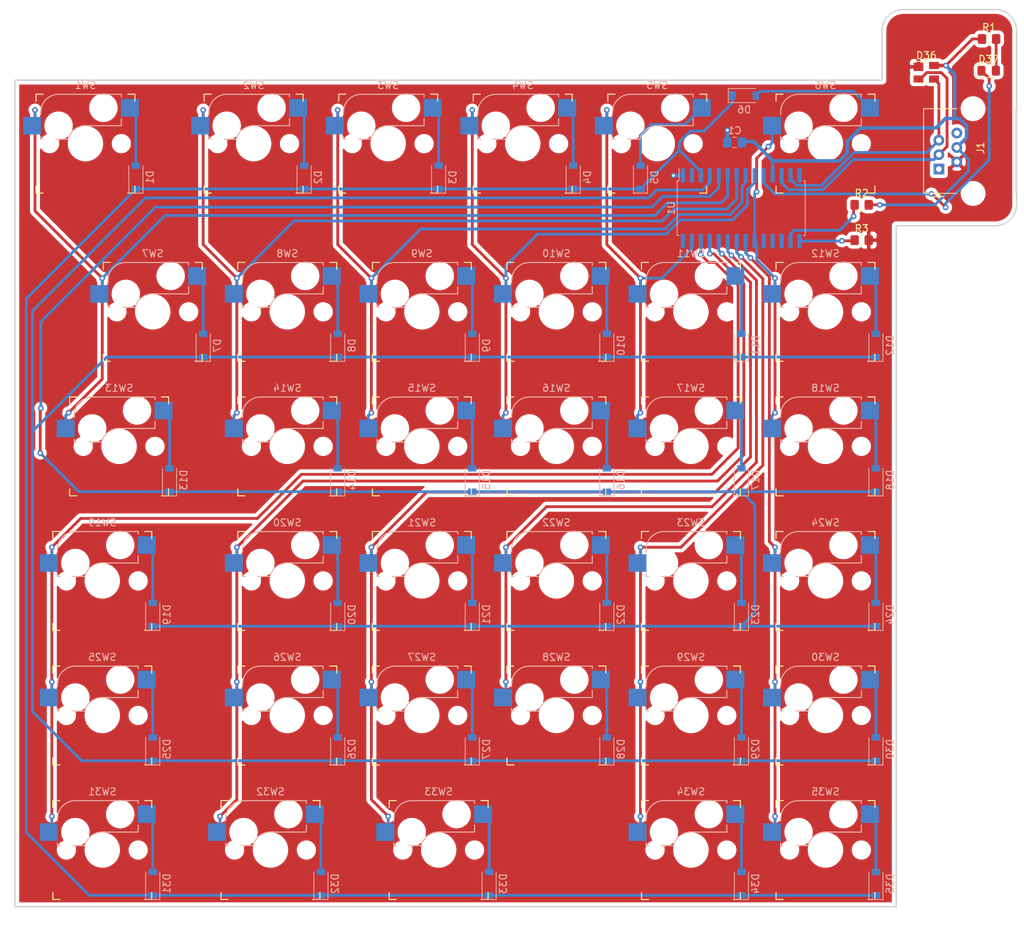
<source format=kicad_pcb>
(kicad_pcb (version 20171130) (host pcbnew 5.1.12-1.fc34)
  (layers (0 F.Cu signal) (31 B.Cu signal) (34 B.Paste user) (35 F.Paste user) (36 B.SilkS user) (37 F.SilkS user) (38 B.Mask user) (39 F.Mask user) (44 Edge.Cuts user))
  (net 0 "")
  (net 1 GND)
  (net 2 +5V)
  (net 3 "Net-(D1-Pad2)")
  (net 4 /ROW0)
  (net 5 "Net-(D2-Pad2)")
  (net 6 "Net-(D3-Pad2)")
  (net 7 "Net-(D4-Pad2)")
  (net 8 "Net-(D5-Pad2)")
  (net 9 "Net-(D6-Pad2)")
  (net 10 "Net-(D7-Pad2)")
  (net 11 /ROW1)
  (net 12 "Net-(D8-Pad2)")
  (net 13 "Net-(D9-Pad2)")
  (net 14 "Net-(D10-Pad2)")
  (net 15 "Net-(D11-Pad2)")
  (net 16 "Net-(D12-Pad2)")
  (net 17 "Net-(D13-Pad2)")
  (net 18 /ROW2)
  (net 19 "Net-(D14-Pad2)")
  (net 20 "Net-(D15-Pad2)")
  (net 21 "Net-(D16-Pad2)")
  (net 22 "Net-(D17-Pad2)")
  (net 23 "Net-(D18-Pad2)")
  (net 24 "Net-(D19-Pad2)")
  (net 25 "Net-(D20-Pad2)")
  (net 26 "Net-(D21-Pad2)")
  (net 27 "Net-(D22-Pad2)")
  (net 28 "Net-(D23-Pad2)")
  (net 29 "Net-(D24-Pad2)")
  (net 30 "Net-(D25-Pad2)")
  (net 31 "Net-(D26-Pad2)")
  (net 32 "Net-(D27-Pad2)")
  (net 33 "Net-(D28-Pad2)")
  (net 34 "Net-(D29-Pad2)")
  (net 35 "Net-(D30-Pad2)")
  (net 36 "Net-(D31-Pad2)")
  (net 37 "Net-(D32-Pad2)")
  (net 38 "Net-(D33-Pad2)")
  (net 39 "Net-(D34-Pad2)")
  (net 40 "Net-(D35-Pad2)")
  (net 41 /SDA)
  (net 42 /SCL)
  (net 43 "Net-(D37-Pad2)")
  (net 44 "Net-(D37-Pad1)")
  (net 45 "Net-(J1-Pad1)")
  (net 46 "Net-(J1-Pad6)")
  (net 47 "Net-(R2-Pad1)")
  (net 48 "Net-(R3-Pad1)")
  (net 49 /COL0)
  (net 50 /COL1)
  (net 51 /COL2)
  (net 52 /COL3)
  (net 53 /COL4)
  (net 54 /COL5)
  (net 55 /COL6)
  (net 56 /COL7)
  (net 57 /COL8)
  (net 58 /COL9)
  (net 59 /COL10)
  (net 60 /COL11)
  (net 61 "Net-(U1-Pad28)")
  (net 62 "Net-(U1-Pad19)")
  (net 63 "Net-(U1-Pad18)")
  (net 64 "Net-(U1-Pad17)")
  (net 65 "Net-(U1-Pad14)")
  (net 66 "Net-(U1-Pad2)")
  (module keyswitches:Kailh_socket_MX (layer F.Cu) (at 104.775 95.25)
    (fp_text reference SW22 (at 0 -8.255) (layer B.SilkS) (effects (justify mirror)))
    (fp_text value SW_Push_45deg)
    (pad 2 smd rect (at -7.56 -2.54) (size 2.55 2.5) (layers B.Cu B.Paste B.Mask) (net 58 /COL9))
    (pad "" np_thru_hole circle (at -5.08 0) (size 1.7018 1.7018) (drill 1.7018) (layers *.Cu *.Mask))
    (pad "" np_thru_hole circle (at 5.08 0) (size 1.7018 1.7018) (drill 1.7018) (layers *.Cu *.Mask))
    (pad "" np_thru_hole circle (at 0 0) (size 3.9878 3.9878) (drill 3.9878) (layers *.Cu *.Mask))
    (pad "" np_thru_hole circle (at -3.81 -2.54) (size 3 3) (drill 3) (layers *.Cu *.Mask))
    (pad "" np_thru_hole circle (at 2.54 -5.08) (size 3 3) (drill 3) (layers *.Cu *.Mask))
    (pad 1 smd rect (at 6.29 -5.08) (size 2.55 2.5) (layers B.Cu B.Paste B.Mask) (net 27 "Net-(D22-Pad2)"))
  )
  (module Package_SO:SOIC-28W_7.5x17.9mm_P1.27mm (layer B.Cu) (at 130.94 42.48 270)
    (fp_text reference U1 (at 0 9.9 270) (layer B.SilkS) (effects (justify mirror)))
    (fp_text value MCP23018_SO)
    (pad 28 smd roundrect (at 4.65 8.255 270) (size 2.05 0.6) (layers B.Cu B.Paste B.Mask) (net 61 "Net-(U1-Pad28)"))
    (pad 27 smd roundrect (at 4.65 6.985 270) (size 2.05 0.6) (layers B.Cu B.Paste B.Mask) (net 53 /COL4))
    (pad 26 smd roundrect (at 4.65 5.715 270) (size 2.05 0.6) (layers B.Cu B.Paste B.Mask) (net 55 /COL6))
    (pad 25 smd roundrect (at 4.65 4.445 270) (size 2.05 0.6) (layers B.Cu B.Paste B.Mask) (net 56 /COL7))
    (pad 24 smd roundrect (at 4.65 3.175 270) (size 2.05 0.6) (layers B.Cu B.Paste B.Mask) (net 57 /COL8))
    (pad 23 smd roundrect (at 4.65 1.905 270) (size 2.05 0.6) (layers B.Cu B.Paste B.Mask) (net 58 /COL9))
    (pad 22 smd roundrect (at 4.65 0.635 270) (size 2.05 0.6) (layers B.Cu B.Paste B.Mask) (net 59 /COL10))
    (pad 21 smd roundrect (at 4.65 -0.635 270) (size 2.05 0.6) (layers B.Cu B.Paste B.Mask) (net 60 /COL11))
    (pad 20 smd roundrect (at 4.65 -1.905 270) (size 2.05 0.6) (layers B.Cu B.Paste B.Mask) (net 54 /COL5))
    (pad 19 smd roundrect (at 4.65 -3.175 270) (size 2.05 0.6) (layers B.Cu B.Paste B.Mask) (net 62 "Net-(U1-Pad19)"))
    (pad 18 smd roundrect (at 4.65 -4.445 270) (size 2.05 0.6) (layers B.Cu B.Paste B.Mask) (net 63 "Net-(U1-Pad18)"))
    (pad 17 smd roundrect (at 4.65 -5.715 270) (size 2.05 0.6) (layers B.Cu B.Paste B.Mask) (net 64 "Net-(U1-Pad17)"))
    (pad 16 smd roundrect (at 4.65 -6.985 270) (size 2.05 0.6) (layers B.Cu B.Paste B.Mask) (net 47 "Net-(R2-Pad1)"))
    (pad 15 smd roundrect (at 4.65 -8.255 270) (size 2.05 0.6) (layers B.Cu B.Paste B.Mask) (net 48 "Net-(R3-Pad1)"))
    (pad 14 smd roundrect (at -4.65 -8.255 270) (size 2.05 0.6) (layers B.Cu B.Paste B.Mask) (net 65 "Net-(U1-Pad14)"))
    (pad 13 smd roundrect (at -4.65 -6.985 270) (size 2.05 0.6) (layers B.Cu B.Paste B.Mask) (net 41 /SDA))
    (pad 12 smd roundrect (at -4.65 -5.715 270) (size 2.05 0.6) (layers B.Cu B.Paste B.Mask) (net 42 /SCL))
    (pad 11 smd roundrect (at -4.65 -4.445 270) (size 2.05 0.6) (layers B.Cu B.Paste B.Mask) (net 2 +5V))
    (pad 10 smd roundrect (at -4.65 -3.175 270) (size 2.05 0.6) (layers B.Cu B.Paste B.Mask) (net 44 "Net-(D37-Pad1)"))
    (pad 9 smd roundrect (at -4.65 -1.905 270) (size 2.05 0.6) (layers B.Cu B.Paste B.Mask) (net 52 /COL3))
    (pad 8 smd roundrect (at -4.65 -0.635 270) (size 2.05 0.6) (layers B.Cu B.Paste B.Mask) (net 51 /COL2))
    (pad 7 smd roundrect (at -4.65 0.635 270) (size 2.05 0.6) (layers B.Cu B.Paste B.Mask) (net 50 /COL1))
    (pad 6 smd roundrect (at -4.65 1.905 270) (size 2.05 0.6) (layers B.Cu B.Paste B.Mask) (net 49 /COL0))
    (pad 5 smd roundrect (at -4.65 3.175 270) (size 2.05 0.6) (layers B.Cu B.Paste B.Mask) (net 18 /ROW2))
    (pad 4 smd roundrect (at -4.65 4.445 270) (size 2.05 0.6) (layers B.Cu B.Paste B.Mask) (net 11 /ROW1))
    (pad 3 smd roundrect (at -4.65 5.715 270) (size 2.05 0.6) (layers B.Cu B.Paste B.Mask) (net 4 /ROW0))
    (pad 2 smd roundrect (at -4.65 6.985 270) (size 2.05 0.6) (layers B.Cu B.Paste B.Mask) (net 66 "Net-(U1-Pad2)"))
    (pad 1 smd roundrect (at -4.65 8.255 270) (size 2.05 0.6) (layers B.Cu B.Paste B.Mask) (net 1 GND))
  )
  (module keyswitches:Kailh_socket_MX (layer F.Cu) (at 142.875 133.35)
    (fp_text reference SW35 (at 0 -8.255) (layer B.SilkS) (effects (justify mirror)))
    (fp_text value SW_Push_45deg)
    (pad 2 smd rect (at -7.56 -2.54) (size 2.55 2.5) (layers B.Cu B.Paste B.Mask) (net 60 /COL11))
    (pad "" np_thru_hole circle (at -5.08 0) (size 1.7018 1.7018) (drill 1.7018) (layers *.Cu *.Mask))
    (pad "" np_thru_hole circle (at 5.08 0) (size 1.7018 1.7018) (drill 1.7018) (layers *.Cu *.Mask))
    (pad "" np_thru_hole circle (at 0 0) (size 3.9878 3.9878) (drill 3.9878) (layers *.Cu *.Mask))
    (pad "" np_thru_hole circle (at -3.81 -2.54) (size 3 3) (drill 3) (layers *.Cu *.Mask))
    (pad "" np_thru_hole circle (at 2.54 -5.08) (size 3 3) (drill 3) (layers *.Cu *.Mask))
    (pad 1 smd rect (at 6.29 -5.08) (size 2.55 2.5) (layers B.Cu B.Paste B.Mask) (net 40 "Net-(D35-Pad2)"))
  )
  (module keyswitches:Kailh_socket_MX (layer F.Cu) (at 123.825 133.35)
    (fp_text reference SW34 (at 0 -8.255) (layer B.SilkS) (effects (justify mirror)))
    (fp_text value SW_Push_45deg)
    (pad 2 smd rect (at -7.56 -2.54) (size 2.55 2.5) (layers B.Cu B.Paste B.Mask) (net 59 /COL10))
    (pad "" np_thru_hole circle (at -5.08 0) (size 1.7018 1.7018) (drill 1.7018) (layers *.Cu *.Mask))
    (pad "" np_thru_hole circle (at 5.08 0) (size 1.7018 1.7018) (drill 1.7018) (layers *.Cu *.Mask))
    (pad "" np_thru_hole circle (at 0 0) (size 3.9878 3.9878) (drill 3.9878) (layers *.Cu *.Mask))
    (pad "" np_thru_hole circle (at -3.81 -2.54) (size 3 3) (drill 3) (layers *.Cu *.Mask))
    (pad "" np_thru_hole circle (at 2.54 -5.08) (size 3 3) (drill 3) (layers *.Cu *.Mask))
    (pad 1 smd rect (at 6.29 -5.08) (size 2.55 2.5) (layers B.Cu B.Paste B.Mask) (net 39 "Net-(D34-Pad2)"))
  )
  (module keyswitches:Kailh_socket_MX (layer F.Cu) (at 88.10625 133.35)
    (fp_text reference SW33 (at 0 -8.255) (layer B.SilkS) (effects (justify mirror)))
    (fp_text value SW_Push_45deg)
    (pad 2 smd rect (at -7.56 -2.54) (size 2.55 2.5) (layers B.Cu B.Paste B.Mask) (net 57 /COL8))
    (pad "" np_thru_hole circle (at -5.08 0) (size 1.7018 1.7018) (drill 1.7018) (layers *.Cu *.Mask))
    (pad "" np_thru_hole circle (at 5.08 0) (size 1.7018 1.7018) (drill 1.7018) (layers *.Cu *.Mask))
    (pad "" np_thru_hole circle (at 0 0) (size 3.9878 3.9878) (drill 3.9878) (layers *.Cu *.Mask))
    (pad "" np_thru_hole circle (at -3.81 -2.54) (size 3 3) (drill 3) (layers *.Cu *.Mask))
    (pad "" np_thru_hole circle (at 2.54 -5.08) (size 3 3) (drill 3) (layers *.Cu *.Mask))
    (pad 1 smd rect (at 6.29 -5.08) (size 2.55 2.5) (layers B.Cu B.Paste B.Mask) (net 38 "Net-(D33-Pad2)"))
  )
  (module keyswitches:Kailh_socket_MX (layer F.Cu) (at 64.29375 133.35)
    (fp_text reference SW32 (at 0 -8.255) (layer B.SilkS) (effects (justify mirror)))
    (fp_text value SW_Push_45deg)
    (pad 2 smd rect (at -7.56 -2.54) (size 2.55 2.5) (layers B.Cu B.Paste B.Mask) (net 56 /COL7))
    (pad "" np_thru_hole circle (at -5.08 0) (size 1.7018 1.7018) (drill 1.7018) (layers *.Cu *.Mask))
    (pad "" np_thru_hole circle (at 5.08 0) (size 1.7018 1.7018) (drill 1.7018) (layers *.Cu *.Mask))
    (pad "" np_thru_hole circle (at 0 0) (size 3.9878 3.9878) (drill 3.9878) (layers *.Cu *.Mask))
    (pad "" np_thru_hole circle (at -3.81 -2.54) (size 3 3) (drill 3) (layers *.Cu *.Mask))
    (pad "" np_thru_hole circle (at 2.54 -5.08) (size 3 3) (drill 3) (layers *.Cu *.Mask))
    (pad 1 smd rect (at 6.29 -5.08) (size 2.55 2.5) (layers B.Cu B.Paste B.Mask) (net 37 "Net-(D32-Pad2)"))
  )
  (module keyswitches:Kailh_socket_MX (layer F.Cu) (at 40.48125 133.35)
    (fp_text reference SW31 (at 0 -8.255) (layer B.SilkS) (effects (justify mirror)))
    (fp_text value SW_Push_45deg)
    (pad 2 smd rect (at -7.56 -2.54) (size 2.55 2.5) (layers B.Cu B.Paste B.Mask) (net 55 /COL6))
    (pad "" np_thru_hole circle (at -5.08 0) (size 1.7018 1.7018) (drill 1.7018) (layers *.Cu *.Mask))
    (pad "" np_thru_hole circle (at 5.08 0) (size 1.7018 1.7018) (drill 1.7018) (layers *.Cu *.Mask))
    (pad "" np_thru_hole circle (at 0 0) (size 3.9878 3.9878) (drill 3.9878) (layers *.Cu *.Mask))
    (pad "" np_thru_hole circle (at -3.81 -2.54) (size 3 3) (drill 3) (layers *.Cu *.Mask))
    (pad "" np_thru_hole circle (at 2.54 -5.08) (size 3 3) (drill 3) (layers *.Cu *.Mask))
    (pad 1 smd rect (at 6.29 -5.08) (size 2.55 2.5) (layers B.Cu B.Paste B.Mask) (net 36 "Net-(D31-Pad2)"))
  )
  (module keyswitches:Kailh_socket_MX (layer F.Cu) (at 142.875 114.3)
    (fp_text reference SW30 (at 0 -8.255) (layer B.SilkS) (effects (justify mirror)))
    (fp_text value SW_Push_45deg)
    (pad 2 smd rect (at -7.56 -2.54) (size 2.55 2.5) (layers B.Cu B.Paste B.Mask) (net 60 /COL11))
    (pad "" np_thru_hole circle (at -5.08 0) (size 1.7018 1.7018) (drill 1.7018) (layers *.Cu *.Mask))
    (pad "" np_thru_hole circle (at 5.08 0) (size 1.7018 1.7018) (drill 1.7018) (layers *.Cu *.Mask))
    (pad "" np_thru_hole circle (at 0 0) (size 3.9878 3.9878) (drill 3.9878) (layers *.Cu *.Mask))
    (pad "" np_thru_hole circle (at -3.81 -2.54) (size 3 3) (drill 3) (layers *.Cu *.Mask))
    (pad "" np_thru_hole circle (at 2.54 -5.08) (size 3 3) (drill 3) (layers *.Cu *.Mask))
    (pad 1 smd rect (at 6.29 -5.08) (size 2.55 2.5) (layers B.Cu B.Paste B.Mask) (net 35 "Net-(D30-Pad2)"))
  )
  (module keyswitches:Kailh_socket_MX (layer F.Cu) (at 123.825 114.3)
    (fp_text reference SW29 (at 0 -8.255) (layer B.SilkS) (effects (justify mirror)))
    (fp_text value SW_Push_45deg)
    (pad 2 smd rect (at -7.56 -2.54) (size 2.55 2.5) (layers B.Cu B.Paste B.Mask) (net 59 /COL10))
    (pad "" np_thru_hole circle (at -5.08 0) (size 1.7018 1.7018) (drill 1.7018) (layers *.Cu *.Mask))
    (pad "" np_thru_hole circle (at 5.08 0) (size 1.7018 1.7018) (drill 1.7018) (layers *.Cu *.Mask))
    (pad "" np_thru_hole circle (at 0 0) (size 3.9878 3.9878) (drill 3.9878) (layers *.Cu *.Mask))
    (pad "" np_thru_hole circle (at -3.81 -2.54) (size 3 3) (drill 3) (layers *.Cu *.Mask))
    (pad "" np_thru_hole circle (at 2.54 -5.08) (size 3 3) (drill 3) (layers *.Cu *.Mask))
    (pad 1 smd rect (at 6.29 -5.08) (size 2.55 2.5) (layers B.Cu B.Paste B.Mask) (net 34 "Net-(D29-Pad2)"))
  )
  (module keyswitches:Kailh_socket_MX (layer F.Cu) (at 104.775 114.3)
    (fp_text reference SW28 (at 0 -8.255) (layer B.SilkS) (effects (justify mirror)))
    (fp_text value SW_Push_45deg)
    (pad 2 smd rect (at -7.56 -2.54) (size 2.55 2.5) (layers B.Cu B.Paste B.Mask) (net 58 /COL9))
    (pad "" np_thru_hole circle (at -5.08 0) (size 1.7018 1.7018) (drill 1.7018) (layers *.Cu *.Mask))
    (pad "" np_thru_hole circle (at 5.08 0) (size 1.7018 1.7018) (drill 1.7018) (layers *.Cu *.Mask))
    (pad "" np_thru_hole circle (at 0 0) (size 3.9878 3.9878) (drill 3.9878) (layers *.Cu *.Mask))
    (pad "" np_thru_hole circle (at -3.81 -2.54) (size 3 3) (drill 3) (layers *.Cu *.Mask))
    (pad "" np_thru_hole circle (at 2.54 -5.08) (size 3 3) (drill 3) (layers *.Cu *.Mask))
    (pad 1 smd rect (at 6.29 -5.08) (size 2.55 2.5) (layers B.Cu B.Paste B.Mask) (net 33 "Net-(D28-Pad2)"))
  )
  (module keyswitches:Kailh_socket_MX (layer F.Cu) (at 85.725 114.3)
    (fp_text reference SW27 (at 0 -8.255) (layer B.SilkS) (effects (justify mirror)))
    (fp_text value SW_Push_45deg)
    (pad 2 smd rect (at -7.56 -2.54) (size 2.55 2.5) (layers B.Cu B.Paste B.Mask) (net 57 /COL8))
    (pad "" np_thru_hole circle (at -5.08 0) (size 1.7018 1.7018) (drill 1.7018) (layers *.Cu *.Mask))
    (pad "" np_thru_hole circle (at 5.08 0) (size 1.7018 1.7018) (drill 1.7018) (layers *.Cu *.Mask))
    (pad "" np_thru_hole circle (at 0 0) (size 3.9878 3.9878) (drill 3.9878) (layers *.Cu *.Mask))
    (pad "" np_thru_hole circle (at -3.81 -2.54) (size 3 3) (drill 3) (layers *.Cu *.Mask))
    (pad "" np_thru_hole circle (at 2.54 -5.08) (size 3 3) (drill 3) (layers *.Cu *.Mask))
    (pad 1 smd rect (at 6.29 -5.08) (size 2.55 2.5) (layers B.Cu B.Paste B.Mask) (net 32 "Net-(D27-Pad2)"))
  )
  (module keyswitches:Kailh_socket_MX (layer F.Cu) (at 66.675 114.3)
    (fp_text reference SW26 (at 0 -8.255) (layer B.SilkS) (effects (justify mirror)))
    (fp_text value SW_Push_45deg)
    (pad 2 smd rect (at -7.56 -2.54) (size 2.55 2.5) (layers B.Cu B.Paste B.Mask) (net 56 /COL7))
    (pad "" np_thru_hole circle (at -5.08 0) (size 1.7018 1.7018) (drill 1.7018) (layers *.Cu *.Mask))
    (pad "" np_thru_hole circle (at 5.08 0) (size 1.7018 1.7018) (drill 1.7018) (layers *.Cu *.Mask))
    (pad "" np_thru_hole circle (at 0 0) (size 3.9878 3.9878) (drill 3.9878) (layers *.Cu *.Mask))
    (pad "" np_thru_hole circle (at -3.81 -2.54) (size 3 3) (drill 3) (layers *.Cu *.Mask))
    (pad "" np_thru_hole circle (at 2.54 -5.08) (size 3 3) (drill 3) (layers *.Cu *.Mask))
    (pad 1 smd rect (at 6.29 -5.08) (size 2.55 2.5) (layers B.Cu B.Paste B.Mask) (net 31 "Net-(D26-Pad2)"))
  )
  (module keyswitches:Kailh_socket_MX (layer F.Cu) (at 40.48125 114.3)
    (fp_text reference SW25 (at 0 -8.255) (layer B.SilkS) (effects (justify mirror)))
    (fp_text value SW_Push_45deg)
    (pad 2 smd rect (at -7.56 -2.54) (size 2.55 2.5) (layers B.Cu B.Paste B.Mask) (net 55 /COL6))
    (pad "" np_thru_hole circle (at -5.08 0) (size 1.7018 1.7018) (drill 1.7018) (layers *.Cu *.Mask))
    (pad "" np_thru_hole circle (at 5.08 0) (size 1.7018 1.7018) (drill 1.7018) (layers *.Cu *.Mask))
    (pad "" np_thru_hole circle (at 0 0) (size 3.9878 3.9878) (drill 3.9878) (layers *.Cu *.Mask))
    (pad "" np_thru_hole circle (at -3.81 -2.54) (size 3 3) (drill 3) (layers *.Cu *.Mask))
    (pad "" np_thru_hole circle (at 2.54 -5.08) (size 3 3) (drill 3) (layers *.Cu *.Mask))
    (pad 1 smd rect (at 6.29 -5.08) (size 2.55 2.5) (layers B.Cu B.Paste B.Mask) (net 30 "Net-(D25-Pad2)"))
  )
  (module keyswitches:Kailh_socket_MX (layer F.Cu) (at 142.875 95.25)
    (fp_text reference SW24 (at 0 -8.255) (layer B.SilkS) (effects (justify mirror)))
    (fp_text value SW_Push_45deg)
    (pad 2 smd rect (at -7.56 -2.54) (size 2.55 2.5) (layers B.Cu B.Paste B.Mask) (net 60 /COL11))
    (pad "" np_thru_hole circle (at -5.08 0) (size 1.7018 1.7018) (drill 1.7018) (layers *.Cu *.Mask))
    (pad "" np_thru_hole circle (at 5.08 0) (size 1.7018 1.7018) (drill 1.7018) (layers *.Cu *.Mask))
    (pad "" np_thru_hole circle (at 0 0) (size 3.9878 3.9878) (drill 3.9878) (layers *.Cu *.Mask))
    (pad "" np_thru_hole circle (at -3.81 -2.54) (size 3 3) (drill 3) (layers *.Cu *.Mask))
    (pad "" np_thru_hole circle (at 2.54 -5.08) (size 3 3) (drill 3) (layers *.Cu *.Mask))
    (pad 1 smd rect (at 6.29 -5.08) (size 2.55 2.5) (layers B.Cu B.Paste B.Mask) (net 29 "Net-(D24-Pad2)"))
  )
  (module keyswitches:Kailh_socket_MX (layer F.Cu) (at 123.825 95.25)
    (fp_text reference SW23 (at 0 -8.255) (layer B.SilkS) (effects (justify mirror)))
    (fp_text value SW_Push_45deg)
    (pad 2 smd rect (at -7.56 -2.54) (size 2.55 2.5) (layers B.Cu B.Paste B.Mask) (net 59 /COL10))
    (pad "" np_thru_hole circle (at -5.08 0) (size 1.7018 1.7018) (drill 1.7018) (layers *.Cu *.Mask))
    (pad "" np_thru_hole circle (at 5.08 0) (size 1.7018 1.7018) (drill 1.7018) (layers *.Cu *.Mask))
    (pad "" np_thru_hole circle (at 0 0) (size 3.9878 3.9878) (drill 3.9878) (layers *.Cu *.Mask))
    (pad "" np_thru_hole circle (at -3.81 -2.54) (size 3 3) (drill 3) (layers *.Cu *.Mask))
    (pad "" np_thru_hole circle (at 2.54 -5.08) (size 3 3) (drill 3) (layers *.Cu *.Mask))
    (pad 1 smd rect (at 6.29 -5.08) (size 2.55 2.5) (layers B.Cu B.Paste B.Mask) (net 28 "Net-(D23-Pad2)"))
  )
  (module keyswitches:Kailh_socket_MX (layer F.Cu) (at 85.725 95.25)
    (fp_text reference SW21 (at 0 -8.255) (layer B.SilkS) (effects (justify mirror)))
    (fp_text value SW_Push_45deg)
    (pad 2 smd rect (at -7.56 -2.54) (size 2.55 2.5) (layers B.Cu B.Paste B.Mask) (net 57 /COL8))
    (pad "" np_thru_hole circle (at -5.08 0) (size 1.7018 1.7018) (drill 1.7018) (layers *.Cu *.Mask))
    (pad "" np_thru_hole circle (at 5.08 0) (size 1.7018 1.7018) (drill 1.7018) (layers *.Cu *.Mask))
    (pad "" np_thru_hole circle (at 0 0) (size 3.9878 3.9878) (drill 3.9878) (layers *.Cu *.Mask))
    (pad "" np_thru_hole circle (at -3.81 -2.54) (size 3 3) (drill 3) (layers *.Cu *.Mask))
    (pad "" np_thru_hole circle (at 2.54 -5.08) (size 3 3) (drill 3) (layers *.Cu *.Mask))
    (pad 1 smd rect (at 6.29 -5.08) (size 2.55 2.5) (layers B.Cu B.Paste B.Mask) (net 26 "Net-(D21-Pad2)"))
  )
  (module keyswitches:Kailh_socket_MX (layer F.Cu) (at 66.675 95.25)
    (fp_text reference SW20 (at 0 -8.255) (layer B.SilkS) (effects (justify mirror)))
    (fp_text value SW_Push_45deg)
    (pad 2 smd rect (at -7.56 -2.54) (size 2.55 2.5) (layers B.Cu B.Paste B.Mask) (net 56 /COL7))
    (pad "" np_thru_hole circle (at -5.08 0) (size 1.7018 1.7018) (drill 1.7018) (layers *.Cu *.Mask))
    (pad "" np_thru_hole circle (at 5.08 0) (size 1.7018 1.7018) (drill 1.7018) (layers *.Cu *.Mask))
    (pad "" np_thru_hole circle (at 0 0) (size 3.9878 3.9878) (drill 3.9878) (layers *.Cu *.Mask))
    (pad "" np_thru_hole circle (at -3.81 -2.54) (size 3 3) (drill 3) (layers *.Cu *.Mask))
    (pad "" np_thru_hole circle (at 2.54 -5.08) (size 3 3) (drill 3) (layers *.Cu *.Mask))
    (pad 1 smd rect (at 6.29 -5.08) (size 2.55 2.5) (layers B.Cu B.Paste B.Mask) (net 25 "Net-(D20-Pad2)"))
  )
  (module keyswitches:Kailh_socket_MX (layer F.Cu) (at 40.48125 95.25)
    (fp_text reference SW19 (at 0 -8.255) (layer B.SilkS) (effects (justify mirror)))
    (fp_text value SW_Push_45deg)
    (pad 2 smd rect (at -7.56 -2.54) (size 2.55 2.5) (layers B.Cu B.Paste B.Mask) (net 55 /COL6))
    (pad "" np_thru_hole circle (at -5.08 0) (size 1.7018 1.7018) (drill 1.7018) (layers *.Cu *.Mask))
    (pad "" np_thru_hole circle (at 5.08 0) (size 1.7018 1.7018) (drill 1.7018) (layers *.Cu *.Mask))
    (pad "" np_thru_hole circle (at 0 0) (size 3.9878 3.9878) (drill 3.9878) (layers *.Cu *.Mask))
    (pad "" np_thru_hole circle (at -3.81 -2.54) (size 3 3) (drill 3) (layers *.Cu *.Mask))
    (pad "" np_thru_hole circle (at 2.54 -5.08) (size 3 3) (drill 3) (layers *.Cu *.Mask))
    (pad 1 smd rect (at 6.29 -5.08) (size 2.55 2.5) (layers B.Cu B.Paste B.Mask) (net 24 "Net-(D19-Pad2)"))
  )
  (module keyswitches:Kailh_socket_MX (layer F.Cu) (at 142.875 76.2)
    (fp_text reference SW18 (at 0 -8.255) (layer B.SilkS) (effects (justify mirror)))
    (fp_text value SW_Push_45deg)
    (pad 2 smd rect (at -7.56 -2.54) (size 2.55 2.5) (layers B.Cu B.Paste B.Mask) (net 54 /COL5))
    (pad "" np_thru_hole circle (at -5.08 0) (size 1.7018 1.7018) (drill 1.7018) (layers *.Cu *.Mask))
    (pad "" np_thru_hole circle (at 5.08 0) (size 1.7018 1.7018) (drill 1.7018) (layers *.Cu *.Mask))
    (pad "" np_thru_hole circle (at 0 0) (size 3.9878 3.9878) (drill 3.9878) (layers *.Cu *.Mask))
    (pad "" np_thru_hole circle (at -3.81 -2.54) (size 3 3) (drill 3) (layers *.Cu *.Mask))
    (pad "" np_thru_hole circle (at 2.54 -5.08) (size 3 3) (drill 3) (layers *.Cu *.Mask))
    (pad 1 smd rect (at 6.29 -5.08) (size 2.55 2.5) (layers B.Cu B.Paste B.Mask) (net 23 "Net-(D18-Pad2)"))
  )
  (module keyswitches:Kailh_socket_MX (layer F.Cu) (at 123.825 76.2)
    (fp_text reference SW17 (at 0 -8.255) (layer B.SilkS) (effects (justify mirror)))
    (fp_text value SW_Push_45deg)
    (pad 2 smd rect (at -7.56 -2.54) (size 2.55 2.5) (layers B.Cu B.Paste B.Mask) (net 53 /COL4))
    (pad "" np_thru_hole circle (at -5.08 0) (size 1.7018 1.7018) (drill 1.7018) (layers *.Cu *.Mask))
    (pad "" np_thru_hole circle (at 5.08 0) (size 1.7018 1.7018) (drill 1.7018) (layers *.Cu *.Mask))
    (pad "" np_thru_hole circle (at 0 0) (size 3.9878 3.9878) (drill 3.9878) (layers *.Cu *.Mask))
    (pad "" np_thru_hole circle (at -3.81 -2.54) (size 3 3) (drill 3) (layers *.Cu *.Mask))
    (pad "" np_thru_hole circle (at 2.54 -5.08) (size 3 3) (drill 3) (layers *.Cu *.Mask))
    (pad 1 smd rect (at 6.29 -5.08) (size 2.55 2.5) (layers B.Cu B.Paste B.Mask) (net 22 "Net-(D17-Pad2)"))
  )
  (module keyswitches:Kailh_socket_MX (layer F.Cu) (at 104.775 76.2)
    (fp_text reference SW16 (at 0 -8.255) (layer B.SilkS) (effects (justify mirror)))
    (fp_text value SW_Push_45deg)
    (pad 2 smd rect (at -7.56 -2.54) (size 2.55 2.5) (layers B.Cu B.Paste B.Mask) (net 52 /COL3))
    (pad "" np_thru_hole circle (at -5.08 0) (size 1.7018 1.7018) (drill 1.7018) (layers *.Cu *.Mask))
    (pad "" np_thru_hole circle (at 5.08 0) (size 1.7018 1.7018) (drill 1.7018) (layers *.Cu *.Mask))
    (pad "" np_thru_hole circle (at 0 0) (size 3.9878 3.9878) (drill 3.9878) (layers *.Cu *.Mask))
    (pad "" np_thru_hole circle (at -3.81 -2.54) (size 3 3) (drill 3) (layers *.Cu *.Mask))
    (pad "" np_thru_hole circle (at 2.54 -5.08) (size 3 3) (drill 3) (layers *.Cu *.Mask))
    (pad 1 smd rect (at 6.29 -5.08) (size 2.55 2.5) (layers B.Cu B.Paste B.Mask) (net 21 "Net-(D16-Pad2)"))
  )
  (module keyswitches:Kailh_socket_MX (layer F.Cu) (at 85.725 76.2)
    (fp_text reference SW15 (at 0 -8.255) (layer B.SilkS) (effects (justify mirror)))
    (fp_text value SW_Push_45deg)
    (pad 2 smd rect (at -7.56 -2.54) (size 2.55 2.5) (layers B.Cu B.Paste B.Mask) (net 51 /COL2))
    (pad "" np_thru_hole circle (at -5.08 0) (size 1.7018 1.7018) (drill 1.7018) (layers *.Cu *.Mask))
    (pad "" np_thru_hole circle (at 5.08 0) (size 1.7018 1.7018) (drill 1.7018) (layers *.Cu *.Mask))
    (pad "" np_thru_hole circle (at 0 0) (size 3.9878 3.9878) (drill 3.9878) (layers *.Cu *.Mask))
    (pad "" np_thru_hole circle (at -3.81 -2.54) (size 3 3) (drill 3) (layers *.Cu *.Mask))
    (pad "" np_thru_hole circle (at 2.54 -5.08) (size 3 3) (drill 3) (layers *.Cu *.Mask))
    (pad 1 smd rect (at 6.29 -5.08) (size 2.55 2.5) (layers B.Cu B.Paste B.Mask) (net 20 "Net-(D15-Pad2)"))
  )
  (module keyswitches:Kailh_socket_MX (layer F.Cu) (at 66.675 76.2)
    (fp_text reference SW14 (at 0 -8.255) (layer B.SilkS) (effects (justify mirror)))
    (fp_text value SW_Push_45deg)
    (pad 2 smd rect (at -7.56 -2.54) (size 2.55 2.5) (layers B.Cu B.Paste B.Mask) (net 50 /COL1))
    (pad "" np_thru_hole circle (at -5.08 0) (size 1.7018 1.7018) (drill 1.7018) (layers *.Cu *.Mask))
    (pad "" np_thru_hole circle (at 5.08 0) (size 1.7018 1.7018) (drill 1.7018) (layers *.Cu *.Mask))
    (pad "" np_thru_hole circle (at 0 0) (size 3.9878 3.9878) (drill 3.9878) (layers *.Cu *.Mask))
    (pad "" np_thru_hole circle (at -3.81 -2.54) (size 3 3) (drill 3) (layers *.Cu *.Mask))
    (pad "" np_thru_hole circle (at 2.54 -5.08) (size 3 3) (drill 3) (layers *.Cu *.Mask))
    (pad 1 smd rect (at 6.29 -5.08) (size 2.55 2.5) (layers B.Cu B.Paste B.Mask) (net 19 "Net-(D14-Pad2)"))
  )
  (module keyswitches:Kailh_socket_MX (layer F.Cu) (at 42.8625 76.2)
    (fp_text reference SW13 (at 0 -8.255) (layer B.SilkS) (effects (justify mirror)))
    (fp_text value SW_Push_45deg)
    (pad 2 smd rect (at -7.56 -2.54) (size 2.55 2.5) (layers B.Cu B.Paste B.Mask) (net 49 /COL0))
    (pad "" np_thru_hole circle (at -5.08 0) (size 1.7018 1.7018) (drill 1.7018) (layers *.Cu *.Mask))
    (pad "" np_thru_hole circle (at 5.08 0) (size 1.7018 1.7018) (drill 1.7018) (layers *.Cu *.Mask))
    (pad "" np_thru_hole circle (at 0 0) (size 3.9878 3.9878) (drill 3.9878) (layers *.Cu *.Mask))
    (pad "" np_thru_hole circle (at -3.81 -2.54) (size 3 3) (drill 3) (layers *.Cu *.Mask))
    (pad "" np_thru_hole circle (at 2.54 -5.08) (size 3 3) (drill 3) (layers *.Cu *.Mask))
    (pad 1 smd rect (at 6.29 -5.08) (size 2.55 2.5) (layers B.Cu B.Paste B.Mask) (net 17 "Net-(D13-Pad2)"))
  )
  (module keyswitches:Kailh_socket_MX (layer F.Cu) (at 142.875 57.15)
    (fp_text reference SW12 (at 0 -8.255) (layer B.SilkS) (effects (justify mirror)))
    (fp_text value SW_Push_45deg)
    (pad 2 smd rect (at -7.56 -2.54) (size 2.55 2.5) (layers B.Cu B.Paste B.Mask) (net 54 /COL5))
    (pad "" np_thru_hole circle (at -5.08 0) (size 1.7018 1.7018) (drill 1.7018) (layers *.Cu *.Mask))
    (pad "" np_thru_hole circle (at 5.08 0) (size 1.7018 1.7018) (drill 1.7018) (layers *.Cu *.Mask))
    (pad "" np_thru_hole circle (at 0 0) (size 3.9878 3.9878) (drill 3.9878) (layers *.Cu *.Mask))
    (pad "" np_thru_hole circle (at -3.81 -2.54) (size 3 3) (drill 3) (layers *.Cu *.Mask))
    (pad "" np_thru_hole circle (at 2.54 -5.08) (size 3 3) (drill 3) (layers *.Cu *.Mask))
    (pad 1 smd rect (at 6.29 -5.08) (size 2.55 2.5) (layers B.Cu B.Paste B.Mask) (net 16 "Net-(D12-Pad2)"))
  )
  (module keyswitches:Kailh_socket_MX (layer F.Cu) (at 123.825 57.15)
    (fp_text reference SW11 (at 0 -8.255) (layer B.SilkS) (effects (justify mirror)))
    (fp_text value SW_Push_45deg)
    (pad 2 smd rect (at -7.56 -2.54) (size 2.55 2.5) (layers B.Cu B.Paste B.Mask) (net 53 /COL4))
    (pad "" np_thru_hole circle (at -5.08 0) (size 1.7018 1.7018) (drill 1.7018) (layers *.Cu *.Mask))
    (pad "" np_thru_hole circle (at 5.08 0) (size 1.7018 1.7018) (drill 1.7018) (layers *.Cu *.Mask))
    (pad "" np_thru_hole circle (at 0 0) (size 3.9878 3.9878) (drill 3.9878) (layers *.Cu *.Mask))
    (pad "" np_thru_hole circle (at -3.81 -2.54) (size 3 3) (drill 3) (layers *.Cu *.Mask))
    (pad "" np_thru_hole circle (at 2.54 -5.08) (size 3 3) (drill 3) (layers *.Cu *.Mask))
    (pad 1 smd rect (at 6.29 -5.08) (size 2.55 2.5) (layers B.Cu B.Paste B.Mask) (net 15 "Net-(D11-Pad2)"))
  )
  (module keyswitches:Kailh_socket_MX (layer F.Cu) (at 104.775 57.15)
    (fp_text reference SW10 (at 0 -8.255) (layer B.SilkS) (effects (justify mirror)))
    (fp_text value SW_Push_45deg)
    (pad 2 smd rect (at -7.56 -2.54) (size 2.55 2.5) (layers B.Cu B.Paste B.Mask) (net 52 /COL3))
    (pad "" np_thru_hole circle (at -5.08 0) (size 1.7018 1.7018) (drill 1.7018) (layers *.Cu *.Mask))
    (pad "" np_thru_hole circle (at 5.08 0) (size 1.7018 1.7018) (drill 1.7018) (layers *.Cu *.Mask))
    (pad "" np_thru_hole circle (at 0 0) (size 3.9878 3.9878) (drill 3.9878) (layers *.Cu *.Mask))
    (pad "" np_thru_hole circle (at -3.81 -2.54) (size 3 3) (drill 3) (layers *.Cu *.Mask))
    (pad "" np_thru_hole circle (at 2.54 -5.08) (size 3 3) (drill 3) (layers *.Cu *.Mask))
    (pad 1 smd rect (at 6.29 -5.08) (size 2.55 2.5) (layers B.Cu B.Paste B.Mask) (net 14 "Net-(D10-Pad2)"))
  )
  (module keyswitches:Kailh_socket_MX (layer F.Cu) (at 85.725 57.15)
    (fp_text reference SW9 (at 0 -8.255) (layer B.SilkS) (effects (justify mirror)))
    (fp_text value SW_Push_45deg)
    (pad 2 smd rect (at -7.56 -2.54) (size 2.55 2.5) (layers B.Cu B.Paste B.Mask) (net 51 /COL2))
    (pad "" np_thru_hole circle (at -5.08 0) (size 1.7018 1.7018) (drill 1.7018) (layers *.Cu *.Mask))
    (pad "" np_thru_hole circle (at 5.08 0) (size 1.7018 1.7018) (drill 1.7018) (layers *.Cu *.Mask))
    (pad "" np_thru_hole circle (at 0 0) (size 3.9878 3.9878) (drill 3.9878) (layers *.Cu *.Mask))
    (pad "" np_thru_hole circle (at -3.81 -2.54) (size 3 3) (drill 3) (layers *.Cu *.Mask))
    (pad "" np_thru_hole circle (at 2.54 -5.08) (size 3 3) (drill 3) (layers *.Cu *.Mask))
    (pad 1 smd rect (at 6.29 -5.08) (size 2.55 2.5) (layers B.Cu B.Paste B.Mask) (net 13 "Net-(D9-Pad2)"))
  )
  (module keyswitches:Kailh_socket_MX (layer F.Cu) (at 66.675 57.15)
    (fp_text reference SW8 (at 0 -8.255) (layer B.SilkS) (effects (justify mirror)))
    (fp_text value SW_Push_45deg)
    (pad 2 smd rect (at -7.56 -2.54) (size 2.55 2.5) (layers B.Cu B.Paste B.Mask) (net 50 /COL1))
    (pad "" np_thru_hole circle (at -5.08 0) (size 1.7018 1.7018) (drill 1.7018) (layers *.Cu *.Mask))
    (pad "" np_thru_hole circle (at 5.08 0) (size 1.7018 1.7018) (drill 1.7018) (layers *.Cu *.Mask))
    (pad "" np_thru_hole circle (at 0 0) (size 3.9878 3.9878) (drill 3.9878) (layers *.Cu *.Mask))
    (pad "" np_thru_hole circle (at -3.81 -2.54) (size 3 3) (drill 3) (layers *.Cu *.Mask))
    (pad "" np_thru_hole circle (at 2.54 -5.08) (size 3 3) (drill 3) (layers *.Cu *.Mask))
    (pad 1 smd rect (at 6.29 -5.08) (size 2.55 2.5) (layers B.Cu B.Paste B.Mask) (net 12 "Net-(D8-Pad2)"))
  )
  (module keyswitches:Kailh_socket_MX (layer F.Cu) (at 47.625 57.15)
    (fp_text reference SW7 (at 0 -8.255) (layer B.SilkS) (effects (justify mirror)))
    (fp_text value SW_Push_45deg)
    (pad 2 smd rect (at -7.56 -2.54) (size 2.55 2.5) (layers B.Cu B.Paste B.Mask) (net 49 /COL0))
    (pad "" np_thru_hole circle (at -5.08 0) (size 1.7018 1.7018) (drill 1.7018) (layers *.Cu *.Mask))
    (pad "" np_thru_hole circle (at 5.08 0) (size 1.7018 1.7018) (drill 1.7018) (layers *.Cu *.Mask))
    (pad "" np_thru_hole circle (at 0 0) (size 3.9878 3.9878) (drill 3.9878) (layers *.Cu *.Mask))
    (pad "" np_thru_hole circle (at -3.81 -2.54) (size 3 3) (drill 3) (layers *.Cu *.Mask))
    (pad "" np_thru_hole circle (at 2.54 -5.08) (size 3 3) (drill 3) (layers *.Cu *.Mask))
    (pad 1 smd rect (at 6.29 -5.08) (size 2.55 2.5) (layers B.Cu B.Paste B.Mask) (net 10 "Net-(D7-Pad2)"))
  )
  (module keyswitches:Kailh_socket_MX (layer F.Cu) (at 142.875 33.3375)
    (fp_text reference SW6 (at 0 -8.255) (layer B.SilkS) (effects (justify mirror)))
    (fp_text value SW_Push_45deg)
    (pad 2 smd rect (at -7.56 -2.54) (size 2.55 2.5) (layers B.Cu B.Paste B.Mask) (net 54 /COL5))
    (pad "" np_thru_hole circle (at -5.08 0) (size 1.7018 1.7018) (drill 1.7018) (layers *.Cu *.Mask))
    (pad "" np_thru_hole circle (at 5.08 0) (size 1.7018 1.7018) (drill 1.7018) (layers *.Cu *.Mask))
    (pad "" np_thru_hole circle (at 0 0) (size 3.9878 3.9878) (drill 3.9878) (layers *.Cu *.Mask))
    (pad "" np_thru_hole circle (at -3.81 -2.54) (size 3 3) (drill 3) (layers *.Cu *.Mask))
    (pad "" np_thru_hole circle (at 2.54 -5.08) (size 3 3) (drill 3) (layers *.Cu *.Mask))
    (pad 1 smd rect (at 6.29 -5.08) (size 2.55 2.5) (layers B.Cu B.Paste B.Mask) (net 9 "Net-(D6-Pad2)"))
  )
  (module keyswitches:Kailh_socket_MX (layer F.Cu) (at 119.0625 33.3375)
    (fp_text reference SW5 (at 0 -8.255) (layer B.SilkS) (effects (justify mirror)))
    (fp_text value SW_Push_45deg)
    (pad 2 smd rect (at -7.56 -2.54) (size 2.55 2.5) (layers B.Cu B.Paste B.Mask) (net 53 /COL4))
    (pad "" np_thru_hole circle (at -5.08 0) (size 1.7018 1.7018) (drill 1.7018) (layers *.Cu *.Mask))
    (pad "" np_thru_hole circle (at 5.08 0) (size 1.7018 1.7018) (drill 1.7018) (layers *.Cu *.Mask))
    (pad "" np_thru_hole circle (at 0 0) (size 3.9878 3.9878) (drill 3.9878) (layers *.Cu *.Mask))
    (pad "" np_thru_hole circle (at -3.81 -2.54) (size 3 3) (drill 3) (layers *.Cu *.Mask))
    (pad "" np_thru_hole circle (at 2.54 -5.08) (size 3 3) (drill 3) (layers *.Cu *.Mask))
    (pad 1 smd rect (at 6.29 -5.08) (size 2.55 2.5) (layers B.Cu B.Paste B.Mask) (net 8 "Net-(D5-Pad2)"))
  )
  (module keyswitches:Kailh_socket_MX (layer F.Cu) (at 100.0125 33.3375)
    (fp_text reference SW4 (at 0 -8.255) (layer B.SilkS) (effects (justify mirror)))
    (fp_text value SW_Push_45deg)
    (pad 2 smd rect (at -7.56 -2.54) (size 2.55 2.5) (layers B.Cu B.Paste B.Mask) (net 52 /COL3))
    (pad "" np_thru_hole circle (at -5.08 0) (size 1.7018 1.7018) (drill 1.7018) (layers *.Cu *.Mask))
    (pad "" np_thru_hole circle (at 5.08 0) (size 1.7018 1.7018) (drill 1.7018) (layers *.Cu *.Mask))
    (pad "" np_thru_hole circle (at 0 0) (size 3.9878 3.9878) (drill 3.9878) (layers *.Cu *.Mask))
    (pad "" np_thru_hole circle (at -3.81 -2.54) (size 3 3) (drill 3) (layers *.Cu *.Mask))
    (pad "" np_thru_hole circle (at 2.54 -5.08) (size 3 3) (drill 3) (layers *.Cu *.Mask))
    (pad 1 smd rect (at 6.29 -5.08) (size 2.55 2.5) (layers B.Cu B.Paste B.Mask) (net 7 "Net-(D4-Pad2)"))
  )
  (module keyswitches:Kailh_socket_MX (layer F.Cu) (at 80.9625 33.3375)
    (fp_text reference SW3 (at 0 -8.255) (layer B.SilkS) (effects (justify mirror)))
    (fp_text value SW_Push_45deg)
    (pad 2 smd rect (at -7.56 -2.54) (size 2.55 2.5) (layers B.Cu B.Paste B.Mask) (net 51 /COL2))
    (pad "" np_thru_hole circle (at -5.08 0) (size 1.7018 1.7018) (drill 1.7018) (layers *.Cu *.Mask))
    (pad "" np_thru_hole circle (at 5.08 0) (size 1.7018 1.7018) (drill 1.7018) (layers *.Cu *.Mask))
    (pad "" np_thru_hole circle (at 0 0) (size 3.9878 3.9878) (drill 3.9878) (layers *.Cu *.Mask))
    (pad "" np_thru_hole circle (at -3.81 -2.54) (size 3 3) (drill 3) (layers *.Cu *.Mask))
    (pad "" np_thru_hole circle (at 2.54 -5.08) (size 3 3) (drill 3) (layers *.Cu *.Mask))
    (pad 1 smd rect (at 6.29 -5.08) (size 2.55 2.5) (layers B.Cu B.Paste B.Mask) (net 6 "Net-(D3-Pad2)"))
  )
  (module keyswitches:Kailh_socket_MX (layer F.Cu) (at 61.9125 33.3375)
    (fp_text reference SW2 (at 0 -8.255) (layer B.SilkS) (effects (justify mirror)))
    (fp_text value SW_Push_45deg)
    (pad 2 smd rect (at -7.56 -2.54) (size 2.55 2.5) (layers B.Cu B.Paste B.Mask) (net 50 /COL1))
    (pad "" np_thru_hole circle (at -5.08 0) (size 1.7018 1.7018) (drill 1.7018) (layers *.Cu *.Mask))
    (pad "" np_thru_hole circle (at 5.08 0) (size 1.7018 1.7018) (drill 1.7018) (layers *.Cu *.Mask))
    (pad "" np_thru_hole circle (at 0 0) (size 3.9878 3.9878) (drill 3.9878) (layers *.Cu *.Mask))
    (pad "" np_thru_hole circle (at -3.81 -2.54) (size 3 3) (drill 3) (layers *.Cu *.Mask))
    (pad "" np_thru_hole circle (at 2.54 -5.08) (size 3 3) (drill 3) (layers *.Cu *.Mask))
    (pad 1 smd rect (at 6.29 -5.08) (size 2.55 2.5) (layers B.Cu B.Paste B.Mask) (net 5 "Net-(D2-Pad2)"))
  )
  (module keyswitches:Kailh_socket_MX (layer F.Cu) (at 38.1 33.3375)
    (fp_text reference SW1 (at 0 -8.255) (layer B.SilkS) (effects (justify mirror)))
    (fp_text value SW_Push_45deg)
    (pad 2 smd rect (at -7.56 -2.54) (size 2.55 2.5) (layers B.Cu B.Paste B.Mask) (net 49 /COL0))
    (pad "" np_thru_hole circle (at -5.08 0) (size 1.7018 1.7018) (drill 1.7018) (layers *.Cu *.Mask))
    (pad "" np_thru_hole circle (at 5.08 0) (size 1.7018 1.7018) (drill 1.7018) (layers *.Cu *.Mask))
    (pad "" np_thru_hole circle (at 0 0) (size 3.9878 3.9878) (drill 3.9878) (layers *.Cu *.Mask))
    (pad "" np_thru_hole circle (at -3.81 -2.54) (size 3 3) (drill 3) (layers *.Cu *.Mask))
    (pad "" np_thru_hole circle (at 2.54 -5.08) (size 3 3) (drill 3) (layers *.Cu *.Mask))
    (pad 1 smd rect (at 6.29 -5.08) (size 2.55 2.5) (layers B.Cu B.Paste B.Mask) (net 3 "Net-(D1-Pad2)"))
  )
  (module Resistor_SMD:R_0805_2012Metric_Pad1.20x1.40mm_HandSolder (layer F.Cu) (at 148 47)
    (fp_text reference R3 (at 0 -1.65) (layer F.SilkS))
    (fp_text value 10K)
    (pad 2 smd roundrect (at 1 0) (size 1.2 1.4) (layers F.Cu F.Paste F.Mask) (roundrect_rratio 0.208333) (net 1 GND))
    (pad 1 smd roundrect (at -1 0) (size 1.2 1.4) (layers F.Cu F.Paste F.Mask) (roundrect_rratio 0.208333) (net 48 "Net-(R3-Pad1)"))
  )
  (module Resistor_SMD:R_0805_2012Metric_Pad1.20x1.40mm_HandSolder (layer F.Cu) (at 148 42)
    (fp_text reference R2 (at 0 -1.65) (layer F.SilkS))
    (fp_text value 10K)
    (pad 2 smd roundrect (at 1 0) (size 1.2 1.4) (layers F.Cu F.Paste F.Mask) (roundrect_rratio 0.208333) (net 2 +5V))
    (pad 1 smd roundrect (at -1 0) (size 1.2 1.4) (layers F.Cu F.Paste F.Mask) (roundrect_rratio 0.208333) (net 47 "Net-(R2-Pad1)"))
  )
  (module Resistor_SMD:R_0805_2012Metric_Pad1.20x1.40mm_HandSolder (layer F.Cu) (at 166.04 18.52)
    (fp_text reference R1 (at 0 -1.65) (layer F.SilkS))
    (fp_text value 470)
    (pad 2 smd roundrect (at 1 0) (size 1.2 1.4) (layers F.Cu F.Paste F.Mask) (roundrect_rratio 0.208333) (net 43 "Net-(D37-Pad2)"))
    (pad 1 smd roundrect (at -1 0) (size 1.2 1.4) (layers F.Cu F.Paste F.Mask) (roundrect_rratio 0.208333) (net 2 +5V))
  )
  (module local_footprint:RJ12_Custom1 (layer F.Cu) (at 158.93 36.94 90)
    (fp_text reference J1 (at 3 5.9 90) (layer F.SilkS))
    (fp_text value RJ12)
    (pad 1 thru_hole rect (at 0 0 90) (size 1.52 1.52) (drill 0.8) (layers *.Cu *.Mask) (net 45 "Net-(J1-Pad1)"))
    (pad "" np_thru_hole circle (at -3.45 4.84 90) (size 2.5 2.5) (drill 2.5) (layers *.Cu *.Mask))
    (pad 2 thru_hole circle (at 1.02 2.54 90) (size 1.52 1.52) (drill 0.8) (layers *.Cu *.Mask) (net 1 GND))
    (pad 3 thru_hole circle (at 2.04 0 90) (size 1.52 1.52) (drill 0.8) (layers *.Cu *.Mask) (net 42 /SCL))
    (pad 4 thru_hole circle (at 3.06 2.54 90) (size 1.52 1.52) (drill 0.8) (layers *.Cu *.Mask) (net 2 +5V))
    (pad 5 thru_hole circle (at 4.08 0 90) (size 1.52 1.52) (drill 0.8) (layers *.Cu *.Mask) (net 41 /SDA))
    (pad 6 thru_hole circle (at 5.1 2.54 90) (size 1.52 1.52) (drill 0.8) (layers *.Cu *.Mask) (net 46 "Net-(J1-Pad6)"))
    (pad "" np_thru_hole circle (at 8.55 4.84 90) (size 2.5 2.5) (drill 2.5) (layers *.Cu *.Mask))
  )
  (module LED_SMD:LED_0805_2012Metric_Pad1.15x1.40mm_HandSolder (layer F.Cu) (at 165.98 23.02)
    (fp_text reference D37 (at 0 -1.65) (layer F.SilkS))
    (fp_text value LED)
    (pad 2 smd roundrect (at 1.025 0) (size 1.15 1.4) (layers F.Cu F.Paste F.Mask) (roundrect_rratio 0.217391) (net 43 "Net-(D37-Pad2)"))
    (pad 1 smd roundrect (at -1.025 0) (size 1.15 1.4) (layers F.Cu F.Paste F.Mask) (roundrect_rratio 0.217391) (net 44 "Net-(D37-Pad1)"))
  )
  (module Package_TO_SOT_SMD:SOT-143 (layer F.Cu) (at 157.14 23.23)
    (fp_text reference D36 (at 0.02 -2.38) (layer F.SilkS))
    (fp_text value PRTR5V0U2X)
    (pad 4 smd rect (at 1.1 -0.95 270) (size 1 1.4) (layers F.Cu F.Paste F.Mask) (net 2 +5V))
    (pad 3 smd rect (at 1.1 0.95 270) (size 1 1.4) (layers F.Cu F.Paste F.Mask) (net 41 /SDA))
    (pad 2 smd rect (at -1.1 0.95 270) (size 1 1.4) (layers F.Cu F.Paste F.Mask) (net 42 /SCL))
    (pad 1 smd rect (at -1.1 -0.77 270) (size 1.2 1.4) (layers F.Cu F.Paste F.Mask) (net 1 GND))
  )
  (module Diode_SMD:D_SOD-123 (layer B.Cu) (at 150.01875 138.1125 90)
    (fp_text reference D35 (at 0 2 90) (layer B.SilkS) (effects (justify mirror)))
    (fp_text value D_Small)
    (pad 2 smd rect (at 1.65 0 90) (size 0.9 1.2) (layers B.Cu B.Paste B.Mask) (net 40 "Net-(D35-Pad2)"))
    (pad 1 smd rect (at -1.65 0 90) (size 0.9 1.2) (layers B.Cu B.Paste B.Mask) (net 4 /ROW0))
  )
  (module Diode_SMD:D_SOD-123 (layer B.Cu) (at 130.96875 138.1125 90)
    (fp_text reference D34 (at 0 2 90) (layer B.SilkS) (effects (justify mirror)))
    (fp_text value D_Small)
    (pad 2 smd rect (at 1.65 0 90) (size 0.9 1.2) (layers B.Cu B.Paste B.Mask) (net 39 "Net-(D34-Pad2)"))
    (pad 1 smd rect (at -1.65 0 90) (size 0.9 1.2) (layers B.Cu B.Paste B.Mask) (net 4 /ROW0))
  )
  (module Diode_SMD:D_SOD-123 (layer B.Cu) (at 95.25 138.1125 90)
    (fp_text reference D33 (at 0 2 90) (layer B.SilkS) (effects (justify mirror)))
    (fp_text value D_Small)
    (pad 2 smd rect (at 1.65 0 90) (size 0.9 1.2) (layers B.Cu B.Paste B.Mask) (net 38 "Net-(D33-Pad2)"))
    (pad 1 smd rect (at -1.65 0 90) (size 0.9 1.2) (layers B.Cu B.Paste B.Mask) (net 4 /ROW0))
  )
  (module Diode_SMD:D_SOD-123 (layer B.Cu) (at 71.4375 138.1125 90)
    (fp_text reference D32 (at 0 2 90) (layer B.SilkS) (effects (justify mirror)))
    (fp_text value D_Small)
    (pad 2 smd rect (at 1.65 0 90) (size 0.9 1.2) (layers B.Cu B.Paste B.Mask) (net 37 "Net-(D32-Pad2)"))
    (pad 1 smd rect (at -1.65 0 90) (size 0.9 1.2) (layers B.Cu B.Paste B.Mask) (net 4 /ROW0))
  )
  (module Diode_SMD:D_SOD-123 (layer B.Cu) (at 47.625 138.1125 90)
    (fp_text reference D31 (at 0 2 90) (layer B.SilkS) (effects (justify mirror)))
    (fp_text value D_Small)
    (pad 2 smd rect (at 1.65 0 90) (size 0.9 1.2) (layers B.Cu B.Paste B.Mask) (net 36 "Net-(D31-Pad2)"))
    (pad 1 smd rect (at -1.65 0 90) (size 0.9 1.2) (layers B.Cu B.Paste B.Mask) (net 4 /ROW0))
  )
  (module Diode_SMD:D_SOD-123 (layer B.Cu) (at 150.01875 119.0625 90)
    (fp_text reference D30 (at 0 2 90) (layer B.SilkS) (effects (justify mirror)))
    (fp_text value D_Small)
    (pad 2 smd rect (at 1.65 0 90) (size 0.9 1.2) (layers B.Cu B.Paste B.Mask) (net 35 "Net-(D30-Pad2)"))
    (pad 1 smd rect (at -1.65 0 90) (size 0.9 1.2) (layers B.Cu B.Paste B.Mask) (net 11 /ROW1))
  )
  (module Diode_SMD:D_SOD-123 (layer B.Cu) (at 130.96875 119.0625 90)
    (fp_text reference D29 (at 0 2 90) (layer B.SilkS) (effects (justify mirror)))
    (fp_text value D_Small)
    (pad 2 smd rect (at 1.65 0 90) (size 0.9 1.2) (layers B.Cu B.Paste B.Mask) (net 34 "Net-(D29-Pad2)"))
    (pad 1 smd rect (at -1.65 0 90) (size 0.9 1.2) (layers B.Cu B.Paste B.Mask) (net 11 /ROW1))
  )
  (module Diode_SMD:D_SOD-123 (layer B.Cu) (at 111.91875 119.0625 90)
    (fp_text reference D28 (at 0 2 90) (layer B.SilkS) (effects (justify mirror)))
    (fp_text value D_Small)
    (pad 2 smd rect (at 1.65 0 90) (size 0.9 1.2) (layers B.Cu B.Paste B.Mask) (net 33 "Net-(D28-Pad2)"))
    (pad 1 smd rect (at -1.65 0 90) (size 0.9 1.2) (layers B.Cu B.Paste B.Mask) (net 11 /ROW1))
  )
  (module Diode_SMD:D_SOD-123 (layer B.Cu) (at 92.86875 119.0625 90)
    (fp_text reference D27 (at 0 2 90) (layer B.SilkS) (effects (justify mirror)))
    (fp_text value D_Small)
    (pad 2 smd rect (at 1.65 0 90) (size 0.9 1.2) (layers B.Cu B.Paste B.Mask) (net 32 "Net-(D27-Pad2)"))
    (pad 1 smd rect (at -1.65 0 90) (size 0.9 1.2) (layers B.Cu B.Paste B.Mask) (net 11 /ROW1))
  )
  (module Diode_SMD:D_SOD-123 (layer B.Cu) (at 73.81875 119.0625 90)
    (fp_text reference D26 (at 0 2 90) (layer B.SilkS) (effects (justify mirror)))
    (fp_text value D_Small)
    (pad 2 smd rect (at 1.65 0 90) (size 0.9 1.2) (layers B.Cu B.Paste B.Mask) (net 31 "Net-(D26-Pad2)"))
    (pad 1 smd rect (at -1.65 0 90) (size 0.9 1.2) (layers B.Cu B.Paste B.Mask) (net 11 /ROW1))
  )
  (module Diode_SMD:D_SOD-123 (layer B.Cu) (at 47.625 119.0625 90)
    (fp_text reference D25 (at 0 2 90) (layer B.SilkS) (effects (justify mirror)))
    (fp_text value D_Small)
    (pad 2 smd rect (at 1.65 0 90) (size 0.9 1.2) (layers B.Cu B.Paste B.Mask) (net 30 "Net-(D25-Pad2)"))
    (pad 1 smd rect (at -1.65 0 90) (size 0.9 1.2) (layers B.Cu B.Paste B.Mask) (net 11 /ROW1))
  )
  (module Diode_SMD:D_SOD-123 (layer B.Cu) (at 150.01875 100.0125 90)
    (fp_text reference D24 (at 0 2 90) (layer B.SilkS) (effects (justify mirror)))
    (fp_text value D_Small)
    (pad 2 smd rect (at 1.65 0 90) (size 0.9 1.2) (layers B.Cu B.Paste B.Mask) (net 29 "Net-(D24-Pad2)"))
    (pad 1 smd rect (at -1.65 0 90) (size 0.9 1.2) (layers B.Cu B.Paste B.Mask) (net 18 /ROW2))
  )
  (module Diode_SMD:D_SOD-123 (layer B.Cu) (at 130.96875 100.0125 90)
    (fp_text reference D23 (at 0 2 90) (layer B.SilkS) (effects (justify mirror)))
    (fp_text value D_Small)
    (pad 2 smd rect (at 1.65 0 90) (size 0.9 1.2) (layers B.Cu B.Paste B.Mask) (net 28 "Net-(D23-Pad2)"))
    (pad 1 smd rect (at -1.65 0 90) (size 0.9 1.2) (layers B.Cu B.Paste B.Mask) (net 18 /ROW2))
  )
  (module Diode_SMD:D_SOD-123 (layer B.Cu) (at 111.91875 100.0125 90)
    (fp_text reference D22 (at 0 2 90) (layer B.SilkS) (effects (justify mirror)))
    (fp_text value D_Small)
    (pad 2 smd rect (at 1.65 0 90) (size 0.9 1.2) (layers B.Cu B.Paste B.Mask) (net 27 "Net-(D22-Pad2)"))
    (pad 1 smd rect (at -1.65 0 90) (size 0.9 1.2) (layers B.Cu B.Paste B.Mask) (net 18 /ROW2))
  )
  (module Diode_SMD:D_SOD-123 (layer B.Cu) (at 92.86875 100.0125 90)
    (fp_text reference D21 (at 0 2 90) (layer B.SilkS) (effects (justify mirror)))
    (fp_text value D_Small)
    (pad 2 smd rect (at 1.65 0 90) (size 0.9 1.2) (layers B.Cu B.Paste B.Mask) (net 26 "Net-(D21-Pad2)"))
    (pad 1 smd rect (at -1.65 0 90) (size 0.9 1.2) (layers B.Cu B.Paste B.Mask) (net 18 /ROW2))
  )
  (module Diode_SMD:D_SOD-123 (layer B.Cu) (at 73.81875 100.0125 90)
    (fp_text reference D20 (at 0 2 90) (layer B.SilkS) (effects (justify mirror)))
    (fp_text value D_Small)
    (pad 2 smd rect (at 1.65 0 90) (size 0.9 1.2) (layers B.Cu B.Paste B.Mask) (net 25 "Net-(D20-Pad2)"))
    (pad 1 smd rect (at -1.65 0 90) (size 0.9 1.2) (layers B.Cu B.Paste B.Mask) (net 18 /ROW2))
  )
  (module Diode_SMD:D_SOD-123 (layer B.Cu) (at 47.625 100.0125 90)
    (fp_text reference D19 (at 0 2 90) (layer B.SilkS) (effects (justify mirror)))
    (fp_text value D_Small)
    (pad 2 smd rect (at 1.65 0 90) (size 0.9 1.2) (layers B.Cu B.Paste B.Mask) (net 24 "Net-(D19-Pad2)"))
    (pad 1 smd rect (at -1.65 0 90) (size 0.9 1.2) (layers B.Cu B.Paste B.Mask) (net 18 /ROW2))
  )
  (module Diode_SMD:D_SOD-123 (layer B.Cu) (at 150.01875 80.9625 90)
    (fp_text reference D18 (at 0 2 90) (layer B.SilkS) (effects (justify mirror)))
    (fp_text value D_Small)
    (pad 2 smd rect (at 1.65 0 90) (size 0.9 1.2) (layers B.Cu B.Paste B.Mask) (net 23 "Net-(D18-Pad2)"))
    (pad 1 smd rect (at -1.65 0 90) (size 0.9 1.2) (layers B.Cu B.Paste B.Mask) (net 18 /ROW2))
  )
  (module Diode_SMD:D_SOD-123 (layer B.Cu) (at 130.96875 80.9625 90)
    (fp_text reference D17 (at 0 2 90) (layer B.SilkS) (effects (justify mirror)))
    (fp_text value D_Small)
    (pad 2 smd rect (at 1.65 0 90) (size 0.9 1.2) (layers B.Cu B.Paste B.Mask) (net 22 "Net-(D17-Pad2)"))
    (pad 1 smd rect (at -1.65 0 90) (size 0.9 1.2) (layers B.Cu B.Paste B.Mask) (net 18 /ROW2))
  )
  (module Diode_SMD:D_SOD-123 (layer B.Cu) (at 111.91875 80.9625 90)
    (fp_text reference D16 (at 0 2 90) (layer B.SilkS) (effects (justify mirror)))
    (fp_text value D_Small)
    (pad 2 smd rect (at 1.65 0 90) (size 0.9 1.2) (layers B.Cu B.Paste B.Mask) (net 21 "Net-(D16-Pad2)"))
    (pad 1 smd rect (at -1.65 0 90) (size 0.9 1.2) (layers B.Cu B.Paste B.Mask) (net 18 /ROW2))
  )
  (module Diode_SMD:D_SOD-123 (layer B.Cu) (at 92.86875 80.9625 90)
    (fp_text reference D15 (at 0 2 90) (layer B.SilkS) (effects (justify mirror)))
    (fp_text value D_Small)
    (pad 2 smd rect (at 1.65 0 90) (size 0.9 1.2) (layers B.Cu B.Paste B.Mask) (net 20 "Net-(D15-Pad2)"))
    (pad 1 smd rect (at -1.65 0 90) (size 0.9 1.2) (layers B.Cu B.Paste B.Mask) (net 18 /ROW2))
  )
  (module Diode_SMD:D_SOD-123 (layer B.Cu) (at 73.81875 80.9625 90)
    (fp_text reference D14 (at 0 2 90) (layer B.SilkS) (effects (justify mirror)))
    (fp_text value D_Small)
    (pad 2 smd rect (at 1.65 0 90) (size 0.9 1.2) (layers B.Cu B.Paste B.Mask) (net 19 "Net-(D14-Pad2)"))
    (pad 1 smd rect (at -1.65 0 90) (size 0.9 1.2) (layers B.Cu B.Paste B.Mask) (net 18 /ROW2))
  )
  (module Diode_SMD:D_SOD-123 (layer B.Cu) (at 50.00625 80.9625 90)
    (fp_text reference D13 (at 0 2 90) (layer B.SilkS) (effects (justify mirror)))
    (fp_text value D_Small)
    (pad 2 smd rect (at 1.65 0 90) (size 0.9 1.2) (layers B.Cu B.Paste B.Mask) (net 17 "Net-(D13-Pad2)"))
    (pad 1 smd rect (at -1.65 0 90) (size 0.9 1.2) (layers B.Cu B.Paste B.Mask) (net 18 /ROW2))
  )
  (module Diode_SMD:D_SOD-123 (layer B.Cu) (at 150.01875 61.9125 90)
    (fp_text reference D12 (at 0 2 90) (layer B.SilkS) (effects (justify mirror)))
    (fp_text value D_Small)
    (pad 2 smd rect (at 1.65 0 90) (size 0.9 1.2) (layers B.Cu B.Paste B.Mask) (net 16 "Net-(D12-Pad2)"))
    (pad 1 smd rect (at -1.65 0 90) (size 0.9 1.2) (layers B.Cu B.Paste B.Mask) (net 11 /ROW1))
  )
  (module Diode_SMD:D_SOD-123 (layer B.Cu) (at 130.96875 61.9125 90)
    (fp_text reference D11 (at 0 2 90) (layer B.SilkS) (effects (justify mirror)))
    (fp_text value D_Small)
    (pad 2 smd rect (at 1.65 0 90) (size 0.9 1.2) (layers B.Cu B.Paste B.Mask) (net 15 "Net-(D11-Pad2)"))
    (pad 1 smd rect (at -1.65 0 90) (size 0.9 1.2) (layers B.Cu B.Paste B.Mask) (net 11 /ROW1))
  )
  (module Diode_SMD:D_SOD-123 (layer B.Cu) (at 111.91875 61.9125 90)
    (fp_text reference D10 (at 0 2 90) (layer B.SilkS) (effects (justify mirror)))
    (fp_text value D_Small)
    (pad 2 smd rect (at 1.65 0 90) (size 0.9 1.2) (layers B.Cu B.Paste B.Mask) (net 14 "Net-(D10-Pad2)"))
    (pad 1 smd rect (at -1.65 0 90) (size 0.9 1.2) (layers B.Cu B.Paste B.Mask) (net 11 /ROW1))
  )
  (module Diode_SMD:D_SOD-123 (layer B.Cu) (at 92.86875 61.9125 90)
    (fp_text reference D9 (at 0 2 90) (layer B.SilkS) (effects (justify mirror)))
    (fp_text value D_Small)
    (pad 2 smd rect (at 1.65 0 90) (size 0.9 1.2) (layers B.Cu B.Paste B.Mask) (net 13 "Net-(D9-Pad2)"))
    (pad 1 smd rect (at -1.65 0 90) (size 0.9 1.2) (layers B.Cu B.Paste B.Mask) (net 11 /ROW1))
  )
  (module Diode_SMD:D_SOD-123 (layer B.Cu) (at 73.81875 61.9125 90)
    (fp_text reference D8 (at 0 2 90) (layer B.SilkS) (effects (justify mirror)))
    (fp_text value D_Small)
    (pad 2 smd rect (at 1.65 0 90) (size 0.9 1.2) (layers B.Cu B.Paste B.Mask) (net 12 "Net-(D8-Pad2)"))
    (pad 1 smd rect (at -1.65 0 90) (size 0.9 1.2) (layers B.Cu B.Paste B.Mask) (net 11 /ROW1))
  )
  (module Diode_SMD:D_SOD-123 (layer B.Cu) (at 54.76875 61.9125 90)
    (fp_text reference D7 (at 0 2 90) (layer B.SilkS) (effects (justify mirror)))
    (fp_text value D_Small)
    (pad 2 smd rect (at 1.65 0 90) (size 0.9 1.2) (layers B.Cu B.Paste B.Mask) (net 10 "Net-(D7-Pad2)"))
    (pad 1 smd rect (at -1.65 0 90) (size 0.9 1.2) (layers B.Cu B.Paste B.Mask) (net 11 /ROW1))
  )
  (module Diode_SMD:D_SOD-123 (layer B.Cu) (at 131.37 26.53)
    (fp_text reference D6 (at 0 2) (layer B.SilkS) (effects (justify mirror)))
    (fp_text value D_Small)
    (pad 2 smd rect (at 1.65 0) (size 0.9 1.2) (layers B.Cu B.Paste B.Mask) (net 9 "Net-(D6-Pad2)"))
    (pad 1 smd rect (at -1.65 0) (size 0.9 1.2) (layers B.Cu B.Paste B.Mask) (net 4 /ROW0))
  )
  (module Diode_SMD:D_SOD-123 (layer B.Cu) (at 116.68125 38.1 90)
    (fp_text reference D5 (at 0 2 90) (layer B.SilkS) (effects (justify mirror)))
    (fp_text value D_Small)
    (pad 2 smd rect (at 1.65 0 90) (size 0.9 1.2) (layers B.Cu B.Paste B.Mask) (net 8 "Net-(D5-Pad2)"))
    (pad 1 smd rect (at -1.65 0 90) (size 0.9 1.2) (layers B.Cu B.Paste B.Mask) (net 4 /ROW0))
  )
  (module Diode_SMD:D_SOD-123 (layer B.Cu) (at 107.15625 38.1 90)
    (fp_text reference D4 (at 0 2 90) (layer B.SilkS) (effects (justify mirror)))
    (fp_text value D_Small)
    (pad 2 smd rect (at 1.65 0 90) (size 0.9 1.2) (layers B.Cu B.Paste B.Mask) (net 7 "Net-(D4-Pad2)"))
    (pad 1 smd rect (at -1.65 0 90) (size 0.9 1.2) (layers B.Cu B.Paste B.Mask) (net 4 /ROW0))
  )
  (module Diode_SMD:D_SOD-123 (layer B.Cu) (at 88.10625 38.1 90)
    (fp_text reference D3 (at 0 2 90) (layer B.SilkS) (effects (justify mirror)))
    (fp_text value D_Small)
    (pad 2 smd rect (at 1.65 0 90) (size 0.9 1.2) (layers B.Cu B.Paste B.Mask) (net 6 "Net-(D3-Pad2)"))
    (pad 1 smd rect (at -1.65 0 90) (size 0.9 1.2) (layers B.Cu B.Paste B.Mask) (net 4 /ROW0))
  )
  (module Diode_SMD:D_SOD-123 (layer B.Cu) (at 69.05625 38.1 90)
    (fp_text reference D2 (at 0 2 90) (layer B.SilkS) (effects (justify mirror)))
    (fp_text value D_Small)
    (pad 2 smd rect (at 1.65 0 90) (size 0.9 1.2) (layers B.Cu B.Paste B.Mask) (net 5 "Net-(D2-Pad2)"))
    (pad 1 smd rect (at -1.65 0 90) (size 0.9 1.2) (layers B.Cu B.Paste B.Mask) (net 4 /ROW0))
  )
  (module Diode_SMD:D_SOD-123 (layer B.Cu) (at 45.24375 38.1 90)
    (fp_text reference D1 (at 0 2 90) (layer B.SilkS) (effects (justify mirror)))
    (fp_text value D_Small)
    (pad 2 smd rect (at 1.65 0 90) (size 0.9 1.2) (layers B.Cu B.Paste B.Mask) (net 3 "Net-(D1-Pad2)"))
    (pad 1 smd rect (at -1.65 0 90) (size 0.9 1.2) (layers B.Cu B.Paste B.Mask) (net 4 /ROW0))
  )
  (module Capacitor_SMD:C_0805_2012Metric_Pad1.18x1.45mm_HandSolder (layer B.Cu) (at 130.01 33.16 180)
    (fp_text reference C1 (at 0 1.68) (layer B.SilkS) (effects (justify mirror)))
    (fp_text value 100n)
    (pad 2 smd roundrect (at 1.0375 0 180) (size 1.175 1.45) (layers B.Cu B.Paste B.Mask) (roundrect_rratio 0.212766) (net 1 GND))
    (pad 1 smd roundrect (at -1.0375 0 180) (size 1.175 1.45) (layers B.Cu B.Paste B.Mask) (roundrect_rratio 0.212766) (net 2 +5V))
  )
  (gr_line (start 169.9341 24.35765) (end 169.9341 41.95765) (layer Edge.Cuts) (width 0.2))
  (gr_line (start 166.9341 44.95765) (end 152.8841 44.95765) (layer Edge.Cuts) (width 0.2))
  (gr_arc (start 166.9341 41.95765) (end 166.9341 44.95765) (angle -90) (layer Edge.Cuts) (width 0.2))
  (gr_line (start 28.10926 141.37) (end 28.10926 24.35765) (layer Edge.Cuts) (width 0.2))
  (gr_arc (start 166.9341 17.35765) (end 169.9341 17.35765) (angle -90) (layer Edge.Cuts) (width 0.2))
  (gr_line (start 169.9341 17.35765) (end 169.9341 24.35765) (layer Edge.Cuts) (width 0.2))
  (gr_line (start 152.8841 141.37) (end 28.10926 141.37) (layer Edge.Cuts) (width 0.2))
  (gr_line (start 150.8841 17.35765) (end 150.8841 24.35765) (layer Edge.Cuts) (width 0.2))
  (gr_line (start 28.10926 24.35765) (end 150.8841 24.35765) (layer Edge.Cuts) (width 0.2))
  (gr_line (start 166.9341 14.35765) (end 153.8841 14.35765) (layer Edge.Cuts) (width 0.2))
  (gr_arc (start 153.8841 17.35765) (end 153.8841 14.35765) (angle -90) (layer Edge.Cuts) (width 0.2))
  (gr_line (start 152.8841 44.95765) (end 152.8841 141.37) (layer Edge.Cuts) (width 0.2))
  (via (at 121.36 37.85) (size 0.8) (drill 0.4) (layers F.Cu B.Cu) (net 1))
  (segment (start 121.38 37.83) (end 121.36 37.85) (width 0.5) (layer B.Cu) (net 1))
  (segment (start 122.685 37.83) (end 121.38 37.83) (width 0.5) (layer B.Cu) (net 1))
  (via (at 128.99 31.43) (size 0.8) (drill 0.4) (layers F.Cu B.Cu) (net 1))
  (segment (start 128.9725 31.4475) (end 128.99 31.43) (width 0.5) (layer B.Cu) (net 1))
  (segment (start 128.9725 33.16) (end 128.9725 31.4475) (width 0.5) (layer B.Cu) (net 1))
  (segment (start 135.385 37.83) (end 135.385 35.735) (width 0.5) (layer B.Cu) (net 2))
  (segment (start 132.6875 33.0375) (end 131 33.0375) (width 0.5) (layer B.Cu) (net 2))
  (segment (start 135.385 35.735) (end 132.6875 33.0375) (width 0.5) (layer B.Cu) (net 2))
  (segment (start 158.24 22.28) (end 159.92 22.28) (width 0.5) (layer F.Cu) (net 2))
  (segment (start 159.92 22.28) (end 159.92 22.28) (width 0.5) (layer F.Cu) (net 2))
  (via (at 159.92 22.28) (size 0.8) (drill 0.4) (layers F.Cu B.Cu) (net 2))
  (segment (start 159.92 22.28) (end 161.17 23.53) (width 0.5) (layer B.Cu) (net 2))
  (segment (start 145.96 34.66) (end 144.838599 35.781401) (width 0.5) (layer B.Cu) (net 2))
  (segment (start 145.96 33.01) (end 145.96 34.66) (width 0.5) (layer B.Cu) (net 2))
  (segment (start 147.86 31.11) (end 145.96 33.01) (width 0.5) (layer B.Cu) (net 2))
  (segment (start 144.838599 35.781401) (end 135.431401 35.781401) (width 0.5) (layer B.Cu) (net 2))
  (segment (start 135.431401 35.781401) (end 135.385 35.735) (width 0.5) (layer B.Cu) (net 2))
  (segment (start 158.54 31.11) (end 147.86 31.11) (width 0.5) (layer B.Cu) (net 2))
  (segment (start 161.47 33.88) (end 162.85 32.5) (width 0.5) (layer B.Cu) (net 2))
  (segment (start 162.85 32.5) (end 162.85 30.8) (width 0.5) (layer B.Cu) (net 2))
  (segment (start 162.85 30.8) (end 161.83 29.78) (width 0.5) (layer B.Cu) (net 2))
  (segment (start 159.87 29.78) (end 158.54 31.11) (width 0.5) (layer B.Cu) (net 2))
  (segment (start 161.17 29.73) (end 161.12 29.78) (width 0.5) (layer B.Cu) (net 2))
  (segment (start 161.17 23.53) (end 161.17 29.73) (width 0.5) (layer B.Cu) (net 2))
  (segment (start 161.12 29.78) (end 159.87 29.78) (width 0.5) (layer B.Cu) (net 2))
  (segment (start 161.83 29.78) (end 161.12 29.78) (width 0.5) (layer B.Cu) (net 2))
  (segment (start 163.68 18.52) (end 159.92 22.28) (width 0.4) (layer F.Cu) (net 2))
  (segment (start 165.04 18.52) (end 163.68 18.52) (width 0.4) (layer F.Cu) (net 2))
  (via (at 150.57 42) (size 0.8) (drill 0.4) (layers F.Cu B.Cu) (net 2))
  (segment (start 149 42) (end 150.57 42) (width 0.4) (layer F.Cu) (net 2))
  (segment (start 163.12 37.24) (end 163.12 35.53) (width 0.4) (layer B.Cu) (net 2))
  (segment (start 163.12 35.53) (end 161.47 33.88) (width 0.4) (layer B.Cu) (net 2))
  (segment (start 158.36 42) (end 163.12 37.24) (width 0.4) (layer B.Cu) (net 2))
  (segment (start 150.57 42) (end 158.36 42) (width 0.4) (layer B.Cu) (net 2))
  (segment (start 45.24375 29.11125) (end 44.39 28.2575) (width 0.4) (layer B.Cu) (net 3))
  (segment (start 45.24375 36.45) (end 45.24375 29.11125) (width 0.4) (layer B.Cu) (net 3))
  (segment (start 150.01875 139.7625) (end 130.96875 139.7625) (width 0.4) (layer B.Cu) (net 4))
  (segment (start 130.96875 139.7625) (end 95.25 139.7625) (width 0.4) (layer B.Cu) (net 4))
  (segment (start 95.25 139.7625) (end 71.4375 139.7625) (width 0.4) (layer B.Cu) (net 4))
  (segment (start 71.4375 139.7625) (end 47.625 139.7625) (width 0.4) (layer B.Cu) (net 4))
  (segment (start 45.24375 39.75) (end 69.05625 39.75) (width 0.4) (layer B.Cu) (net 4))
  (segment (start 88.10625 39.75) (end 69.05625 39.75) (width 0.4) (layer B.Cu) (net 4))
  (segment (start 107.15625 39.75) (end 88.10625 39.75) (width 0.4) (layer B.Cu) (net 4))
  (segment (start 29.72 55.27375) (end 45.24375 39.75) (width 0.4) (layer B.Cu) (net 4))
  (segment (start 29.72 130.853752) (end 29.72 55.27375) (width 0.4) (layer B.Cu) (net 4))
  (segment (start 38.628748 139.7625) (end 29.72 130.853752) (width 0.4) (layer B.Cu) (net 4))
  (segment (start 47.625 139.7625) (end 38.628748 139.7625) (width 0.4) (layer B.Cu) (net 4))
  (segment (start 107.15625 39.75) (end 116.68125 39.75) (width 0.4) (layer B.Cu) (net 4))
  (segment (start 122.18 34.25125) (end 116.68125 39.75) (width 0.4) (layer B.Cu) (net 4))
  (segment (start 122.18 33.14) (end 122.18 34.25125) (width 0.4) (layer B.Cu) (net 4))
  (segment (start 123.77 31.55) (end 122.18 33.14) (width 0.4) (layer B.Cu) (net 4))
  (segment (start 125.7 31.55) (end 123.77 31.55) (width 0.4) (layer B.Cu) (net 4))
  (segment (start 129.72 27.53) (end 125.7 31.55) (width 0.4) (layer B.Cu) (net 4))
  (segment (start 129.72 26.53) (end 129.72 27.53) (width 0.4) (layer B.Cu) (net 4))
  (segment (start 125.225 37.29625) (end 125.225 37.83) (width 0.4) (layer B.Cu) (net 4))
  (segment (start 122.18 34.25125) (end 125.225 37.29625) (width 0.4) (layer B.Cu) (net 4))
  (segment (start 69.05625 29.11125) (end 68.2025 28.2575) (width 0.4) (layer B.Cu) (net 5))
  (segment (start 69.05625 36.45) (end 69.05625 29.11125) (width 0.4) (layer B.Cu) (net 5))
  (segment (start 88.10625 29.11125) (end 87.2525 28.2575) (width 0.4) (layer B.Cu) (net 6))
  (segment (start 88.10625 36.45) (end 88.10625 29.11125) (width 0.4) (layer B.Cu) (net 6))
  (segment (start 107.15625 29.11125) (end 106.3025 28.2575) (width 0.4) (layer B.Cu) (net 7))
  (segment (start 107.15625 36.45) (end 107.15625 29.11125) (width 0.4) (layer B.Cu) (net 7))
  (segment (start 118.21 30.63) (end 122.98 30.63) (width 0.4) (layer B.Cu) (net 8))
  (segment (start 116.668599 32.171401) (end 118.21 30.63) (width 0.4) (layer B.Cu) (net 8))
  (segment (start 116.668599 36.437349) (end 116.668599 32.171401) (width 0.4) (layer B.Cu) (net 8))
  (segment (start 122.98 30.63) (end 125.3525 28.2575) (width 0.4) (layer B.Cu) (net 8))
  (segment (start 116.68125 36.45) (end 116.668599 36.437349) (width 0.4) (layer B.Cu) (net 8))
  (segment (start 133.63 25.92) (end 133.02 26.53) (width 0.4) (layer B.Cu) (net 9))
  (segment (start 146.8275 25.92) (end 133.63 25.92) (width 0.4) (layer B.Cu) (net 9))
  (segment (start 149.165 28.2575) (end 146.8275 25.92) (width 0.4) (layer B.Cu) (net 9))
  (segment (start 54.76875 52.92375) (end 53.915 52.07) (width 0.4) (layer B.Cu) (net 10))
  (segment (start 54.76875 60.2625) (end 54.76875 52.92375) (width 0.4) (layer B.Cu) (net 10))
  (segment (start 47.625 120.7125) (end 73.81875 120.7125) (width 0.4) (layer B.Cu) (net 11))
  (segment (start 92.86875 120.7125) (end 73.81875 120.7125) (width 0.4) (layer B.Cu) (net 11))
  (segment (start 111.91875 120.7125) (end 92.86875 120.7125) (width 0.4) (layer B.Cu) (net 11))
  (segment (start 130.96875 120.7125) (end 111.91875 120.7125) (width 0.4) (layer B.Cu) (net 11))
  (segment (start 150.01875 120.7125) (end 130.96875 120.7125) (width 0.4) (layer B.Cu) (net 11))
  (segment (start 150.01875 63.5625) (end 130.96875 63.5625) (width 0.4) (layer B.Cu) (net 11))
  (segment (start 130.96875 63.5625) (end 111.91875 63.5625) (width 0.4) (layer B.Cu) (net 11))
  (segment (start 111.91875 63.5625) (end 92.86875 63.5625) (width 0.4) (layer B.Cu) (net 11))
  (segment (start 92.86875 63.5625) (end 73.81875 63.5625) (width 0.4) (layer B.Cu) (net 11))
  (segment (start 73.81875 63.5625) (end 54.76875 63.5625) (width 0.4) (layer B.Cu) (net 11))
  (segment (start 41.1075 63.5625) (end 54.76875 63.5625) (width 0.4) (layer B.Cu) (net 11))
  (segment (start 30.61 113.75) (end 30.61 74.06) (width 0.4) (layer B.Cu) (net 11))
  (segment (start 37.5725 120.7125) (end 30.61 113.75) (width 0.4) (layer B.Cu) (net 11))
  (segment (start 47.625 120.7125) (end 37.5725 120.7125) (width 0.4) (layer B.Cu) (net 11))
  (segment (start 37.345 67.325) (end 41.1075 63.5625) (width 0.4) (layer B.Cu) (net 11))
  (segment (start 32.425 72.245) (end 37.345 67.325) (width 0.4) (layer B.Cu) (net 11))
  (segment (start 30.61 74.06) (end 32.425 72.245) (width 0.4) (layer B.Cu) (net 11))
  (segment (start 32.425 72.245) (end 32.41 72.23) (width 0.4) (layer B.Cu) (net 11))
  (segment (start 30.61 57.02) (end 30.61 74.06) (width 0.4) (layer B.Cu) (net 11))
  (segment (start 46.61 41.02) (end 30.61 57.02) (width 0.4) (layer B.Cu) (net 11))
  (segment (start 126.495 37.83) (end 126.495 38.855) (width 0.4) (layer B.Cu) (net 11))
  (segment (start 126.495 38.855) (end 125.46 39.89) (width 0.4) (layer B.Cu) (net 11))
  (segment (start 119 39.89) (end 117.87 41.02) (width 0.4) (layer B.Cu) (net 11))
  (segment (start 125.46 39.89) (end 119 39.89) (width 0.4) (layer B.Cu) (net 11))
  (segment (start 117.87 41.02) (end 46.61 41.02) (width 0.4) (layer B.Cu) (net 11))
  (segment (start 73.81875 52.92375) (end 72.965 52.07) (width 0.4) (layer B.Cu) (net 12))
  (segment (start 73.81875 60.2625) (end 73.81875 52.92375) (width 0.4) (layer B.Cu) (net 12))
  (segment (start 92.86875 52.92375) (end 92.015 52.07) (width 0.4) (layer B.Cu) (net 13))
  (segment (start 92.86875 60.2625) (end 92.86875 52.92375) (width 0.4) (layer B.Cu) (net 13))
  (segment (start 111.91875 52.92375) (end 111.065 52.07) (width 0.4) (layer B.Cu) (net 14))
  (segment (start 111.91875 60.2625) (end 111.91875 52.92375) (width 0.4) (layer B.Cu) (net 14))
  (segment (start 130.96875 52.92375) (end 130.115 52.07) (width 0.4) (layer B.Cu) (net 15))
  (segment (start 130.96875 60.2625) (end 130.96875 52.92375) (width 0.4) (layer B.Cu) (net 15))
  (segment (start 150.01875 52.92375) (end 149.165 52.07) (width 0.4) (layer B.Cu) (net 16))
  (segment (start 150.01875 60.2625) (end 150.01875 52.92375) (width 0.4) (layer B.Cu) (net 16))
  (segment (start 50.00625 71.97375) (end 49.1525 71.12) (width 0.4) (layer B.Cu) (net 17))
  (segment (start 50.00625 79.3125) (end 50.00625 71.97375) (width 0.4) (layer B.Cu) (net 17))
  (segment (start 150.01875 101.6625) (end 130.96875 101.6625) (width 0.4) (layer B.Cu) (net 18))
  (segment (start 130.96875 101.6625) (end 111.91875 101.6625) (width 0.4) (layer B.Cu) (net 18))
  (segment (start 111.91875 101.6625) (end 92.86875 101.6625) (width 0.4) (layer B.Cu) (net 18))
  (segment (start 92.86875 101.6625) (end 73.81875 101.6625) (width 0.4) (layer B.Cu) (net 18))
  (segment (start 73.81875 101.6625) (end 47.625 101.6625) (width 0.4) (layer B.Cu) (net 18))
  (segment (start 50.00625 82.6125) (end 73.81875 82.6125) (width 0.4) (layer B.Cu) (net 18))
  (segment (start 73.81875 82.6125) (end 92.86875 82.6125) (width 0.4) (layer B.Cu) (net 18))
  (segment (start 111.91875 82.6125) (end 92.86875 82.6125) (width 0.4) (layer B.Cu) (net 18))
  (segment (start 130.96875 82.6125) (end 111.91875 82.6125) (width 0.4) (layer B.Cu) (net 18))
  (segment (start 130.96875 82.6125) (end 150.01875 82.6125) (width 0.4) (layer B.Cu) (net 18))
  (segment (start 132.87 84.51375) (end 130.96875 82.6125) (width 0.4) (layer B.Cu) (net 18))
  (segment (start 132.87 99.76125) (end 132.87 84.51375) (width 0.4) (layer B.Cu) (net 18))
  (segment (start 130.96875 101.6625) (end 132.87 99.76125) (width 0.4) (layer B.Cu) (net 18))
  (via (at 31.7 77.15) (size 0.8) (drill 0.4) (layers F.Cu B.Cu) (net 18))
  (segment (start 37.1625 82.6125) (end 31.7 77.15) (width 0.4) (layer B.Cu) (net 18))
  (segment (start 50.00625 82.6125) (end 37.1625 82.6125) (width 0.4) (layer B.Cu) (net 18))
  (via (at 31.78 70.8) (size 0.8) (drill 0.4) (layers F.Cu B.Cu) (net 18))
  (segment (start 31.7 70.88) (end 31.78 70.8) (width 0.4) (layer F.Cu) (net 18))
  (segment (start 31.7 77.15) (end 31.7 70.88) (width 0.4) (layer F.Cu) (net 18))
  (segment (start 48.02 42.32) (end 31.78 58.56) (width 0.4) (layer B.Cu) (net 18))
  (segment (start 31.78 58.56) (end 31.78 70.8) (width 0.4) (layer B.Cu) (net 18))
  (segment (start 118.32 42.32) (end 48.02 42.32) (width 0.4) (layer B.Cu) (net 18))
  (segment (start 119.82 40.82) (end 118.32 42.32) (width 0.4) (layer B.Cu) (net 18))
  (segment (start 126.53 40.82) (end 119.82 40.82) (width 0.4) (layer B.Cu) (net 18))
  (segment (start 127.765 39.585) (end 126.53 40.82) (width 0.4) (layer B.Cu) (net 18))
  (segment (start 127.765 37.83) (end 127.765 39.585) (width 0.4) (layer B.Cu) (net 18))
  (segment (start 73.81875 71.97375) (end 72.965 71.12) (width 0.4) (layer B.Cu) (net 19))
  (segment (start 73.81875 79.3125) (end 73.81875 71.97375) (width 0.4) (layer B.Cu) (net 19))
  (segment (start 92.86875 71.97375) (end 92.015 71.12) (width 0.4) (layer B.Cu) (net 20))
  (segment (start 92.86875 79.3125) (end 92.86875 71.97375) (width 0.4) (layer B.Cu) (net 20))
  (segment (start 111.91875 71.97375) (end 111.065 71.12) (width 0.4) (layer B.Cu) (net 21))
  (segment (start 111.91875 79.3125) (end 111.91875 71.97375) (width 0.4) (layer B.Cu) (net 21))
  (segment (start 130.96875 71.97375) (end 130.115 71.12) (width 0.4) (layer B.Cu) (net 22))
  (segment (start 130.96875 79.3125) (end 130.96875 71.97375) (width 0.4) (layer B.Cu) (net 22))
  (segment (start 150.01875 71.97375) (end 149.165 71.12) (width 0.4) (layer B.Cu) (net 23))
  (segment (start 150.01875 79.3125) (end 150.01875 71.97375) (width 0.4) (layer B.Cu) (net 23))
  (segment (start 47.625 91.02375) (end 46.77125 90.17) (width 0.4) (layer B.Cu) (net 24))
  (segment (start 47.625 98.3625) (end 47.625 91.02375) (width 0.4) (layer B.Cu) (net 24))
  (segment (start 73.81875 91.02375) (end 73.81875 98.3625) (width 0.4) (layer B.Cu) (net 25))
  (segment (start 72.965 90.17) (end 73.81875 91.02375) (width 0.4) (layer B.Cu) (net 25))
  (segment (start 92.86875 91.02375) (end 92.015 90.17) (width 0.4) (layer B.Cu) (net 26))
  (segment (start 92.86875 98.3625) (end 92.86875 91.02375) (width 0.4) (layer B.Cu) (net 26))
  (segment (start 111.91875 91.02375) (end 111.065 90.17) (width 0.4) (layer B.Cu) (net 27))
  (segment (start 111.91875 98.3625) (end 111.91875 91.02375) (width 0.4) (layer B.Cu) (net 27))
  (segment (start 130.96875 91.02375) (end 130.115 90.17) (width 0.4) (layer B.Cu) (net 28))
  (segment (start 130.96875 98.3625) (end 130.96875 91.02375) (width 0.4) (layer B.Cu) (net 28))
  (segment (start 150.01875 91.02375) (end 149.165 90.17) (width 0.4) (layer B.Cu) (net 29))
  (segment (start 150.01875 98.3625) (end 150.01875 91.02375) (width 0.4) (layer B.Cu) (net 29))
  (segment (start 47.625 110.07375) (end 46.77125 109.22) (width 0.4) (layer B.Cu) (net 30))
  (segment (start 47.625 117.4125) (end 47.625 110.07375) (width 0.4) (layer B.Cu) (net 30))
  (segment (start 73.81875 110.07375) (end 72.965 109.22) (width 0.4) (layer B.Cu) (net 31))
  (segment (start 73.81875 117.4125) (end 73.81875 110.07375) (width 0.4) (layer B.Cu) (net 31))
  (segment (start 92.86875 110.07375) (end 92.015 109.22) (width 0.4) (layer B.Cu) (net 32))
  (segment (start 92.86875 117.4125) (end 92.86875 110.07375) (width 0.4) (layer B.Cu) (net 32))
  (segment (start 111.91875 110.07375) (end 111.065 109.22) (width 0.4) (layer B.Cu) (net 33))
  (segment (start 111.91875 117.4125) (end 111.91875 110.07375) (width 0.4) (layer B.Cu) (net 33))
  (segment (start 130.96875 110.07375) (end 130.115 109.22) (width 0.4) (layer B.Cu) (net 34))
  (segment (start 130.96875 117.4125) (end 130.96875 110.07375) (width 0.4) (layer B.Cu) (net 34))
  (segment (start 150.01875 110.07375) (end 149.165 109.22) (width 0.4) (layer B.Cu) (net 35))
  (segment (start 150.01875 117.4125) (end 150.01875 110.07375) (width 0.4) (layer B.Cu) (net 35))
  (segment (start 47.625 129.12375) (end 46.77125 128.27) (width 0.4) (layer B.Cu) (net 36))
  (segment (start 47.625 136.4625) (end 47.625 129.12375) (width 0.4) (layer B.Cu) (net 36))
  (segment (start 71.4375 129.12375) (end 70.58375 128.27) (width 0.4) (layer B.Cu) (net 37))
  (segment (start 71.4375 136.4625) (end 71.4375 129.12375) (width 0.4) (layer B.Cu) (net 37))
  (segment (start 95.25 129.12375) (end 94.39625 128.27) (width 0.4) (layer B.Cu) (net 38))
  (segment (start 95.25 136.4625) (end 95.25 129.12375) (width 0.4) (layer B.Cu) (net 38))
  (segment (start 130.96875 129.12375) (end 130.115 128.27) (width 0.4) (layer B.Cu) (net 39))
  (segment (start 130.96875 136.4625) (end 130.96875 129.12375) (width 0.4) (layer B.Cu) (net 39))
  (segment (start 150.01875 129.12375) (end 149.165 128.27) (width 0.4) (layer B.Cu) (net 40))
  (segment (start 150.01875 136.4625) (end 150.01875 129.12375) (width 0.4) (layer B.Cu) (net 40))
  (segment (start 137.925 38.362834) (end 137.925 37.83) (width 0.4) (layer B.Cu) (net 41))
  (segment (start 138.817176 39.25501) (end 137.925 38.362834) (width 0.4) (layer B.Cu) (net 41))
  (segment (start 146.950851 34.588401) (end 142.284242 39.25501) (width 0.4) (layer B.Cu) (net 41))
  (segment (start 157.201599 34.588401) (end 146.950851 34.588401) (width 0.4) (layer B.Cu) (net 41))
  (segment (start 142.284242 39.25501) (end 138.817176 39.25501) (width 0.4) (layer B.Cu) (net 41))
  (segment (start 158.93 32.86) (end 157.201599 34.588401) (width 0.4) (layer B.Cu) (net 41))
  (segment (start 158.93 24.87) (end 158.24 24.18) (width 0.4) (layer F.Cu) (net 41))
  (segment (start 158.93 32.86) (end 158.93 24.87) (width 0.4) (layer F.Cu) (net 41))
  (segment (start 136.655 38.855) (end 136.655 37.83) (width 0.4) (layer B.Cu) (net 42))
  (segment (start 137.65502 39.85502) (end 136.655 38.855) (width 0.4) (layer B.Cu) (net 42))
  (segment (start 146.787795 35.599999) (end 142.532774 39.85502) (width 0.4) (layer B.Cu) (net 42))
  (segment (start 142.532774 39.85502) (end 137.65502 39.85502) (width 0.4) (layer B.Cu) (net 42))
  (segment (start 158.230001 35.599999) (end 146.787795 35.599999) (width 0.4) (layer B.Cu) (net 42))
  (segment (start 158.93 34.9) (end 158.230001 35.599999) (width 0.4) (layer B.Cu) (net 42))
  (segment (start 156.319998 24.18) (end 156.04 24.18) (width 0.4) (layer F.Cu) (net 42))
  (segment (start 157.219999 23.279999) (end 156.319998 24.18) (width 0.4) (layer F.Cu) (net 42))
  (segment (start 159.260001 23.279999) (end 157.219999 23.279999) (width 0.4) (layer F.Cu) (net 42))
  (segment (start 160.090001 24.109999) (end 159.260001 23.279999) (width 0.4) (layer F.Cu) (net 42))
  (segment (start 160.090001 33.739999) (end 160.090001 24.109999) (width 0.4) (layer F.Cu) (net 42))
  (segment (start 158.93 34.9) (end 160.090001 33.739999) (width 0.4) (layer F.Cu) (net 42))
  (segment (start 167.04 22.985) (end 167.005 23.02) (width 0.4) (layer F.Cu) (net 43))
  (segment (start 167.04 18.52) (end 167.04 22.985) (width 0.4) (layer F.Cu) (net 43))
  (segment (start 164.955 23.02) (end 166.06 24.125) (width 0.4) (layer F.Cu) (net 44))
  (segment (start 135.715029 40.455029) (end 134.115 38.855) (width 0.4) (layer B.Cu) (net 44))
  (segment (start 134.115 38.855) (end 134.115 37.83) (width 0.4) (layer B.Cu) (net 44))
  (segment (start 157.864971 40.455029) (end 135.715029 40.455029) (width 0.4) (layer B.Cu) (net 44))
  (via (at 157.864971 40.455029) (size 0.8) (drill 0.4) (layers F.Cu B.Cu) (net 44))
  (via (at 159.89 42.36) (size 0.8) (drill 0.4) (layers F.Cu B.Cu) (net 44))
  (segment (start 157.985029 40.455029) (end 159.89 42.36) (width 0.4) (layer F.Cu) (net 44))
  (segment (start 157.864971 40.455029) (end 157.985029 40.455029) (width 0.4) (layer F.Cu) (net 44))
  (segment (start 166.06 35.624315) (end 166.06 25.18) (width 0.4) (layer B.Cu) (net 44))
  (via (at 166.06 25.18) (size 0.8) (drill 0.4) (layers F.Cu B.Cu) (net 44))
  (segment (start 159.89 41.794315) (end 166.06 35.624315) (width 0.4) (layer B.Cu) (net 44))
  (segment (start 159.89 42.36) (end 159.89 41.794315) (width 0.4) (layer B.Cu) (net 44))
  (segment (start 166.06 24.125) (end 166.06 25.18) (width 0.4) (layer F.Cu) (net 44))
  (segment (start 137.925 46.105) (end 138.43 45.6) (width 0.4) (layer B.Cu) (net 47))
  (segment (start 137.925 47.13) (end 137.925 46.105) (width 0.4) (layer B.Cu) (net 47))
  (via (at 146.86 43.62) (size 0.8) (drill 0.4) (layers F.Cu B.Cu) (net 47))
  (segment (start 144.88 45.6) (end 146.86 43.62) (width 0.4) (layer B.Cu) (net 47))
  (segment (start 138.43 45.6) (end 144.88 45.6) (width 0.4) (layer B.Cu) (net 47))
  (segment (start 146.86 42.14) (end 147 42) (width 0.4) (layer F.Cu) (net 47))
  (segment (start 146.86 43.62) (end 146.86 42.14) (width 0.4) (layer F.Cu) (net 47))
  (via (at 145.21 47.1) (size 0.8) (drill 0.4) (layers F.Cu B.Cu) (net 48))
  (segment (start 145.18 47.13) (end 145.21 47.1) (width 0.4) (layer B.Cu) (net 48))
  (segment (start 139.195 47.13) (end 145.18 47.13) (width 0.4) (layer B.Cu) (net 48))
  (segment (start 146.9 47.1) (end 147 47) (width 0.4) (layer F.Cu) (net 48))
  (segment (start 145.21 47.1) (end 146.9 47.1) (width 0.4) (layer F.Cu) (net 48))
  (via (at 35.71875 71.4375) (size 0.8) (drill 0.4) (layers F.Cu B.Cu) (net 49))
  (segment (start 35.3025 71.85375) (end 35.71875 71.4375) (width 0.4) (layer B.Cu) (net 49))
  (segment (start 35.3025 73.66) (end 35.3025 71.85375) (width 0.4) (layer B.Cu) (net 49))
  (via (at 40.48125 52.3875) (size 0.8) (drill 0.4) (layers F.Cu B.Cu) (net 49))
  (segment (start 40.48125 66.675) (end 40.48125 52.3875) (width 0.4) (layer F.Cu) (net 49))
  (segment (start 35.71875 71.4375) (end 40.48125 66.675) (width 0.4) (layer F.Cu) (net 49))
  (segment (start 40.48125 54.19375) (end 40.065 54.61) (width 0.4) (layer B.Cu) (net 49))
  (segment (start 40.48125 52.3875) (end 40.48125 54.19375) (width 0.4) (layer B.Cu) (net 49))
  (via (at 30.95625 28.575) (size 0.8) (drill 0.4) (layers F.Cu B.Cu) (net 49))
  (segment (start 30.95625 42.8625) (end 30.95625 28.575) (width 0.4) (layer F.Cu) (net 49))
  (segment (start 40.48125 52.3875) (end 30.95625 42.8625) (width 0.4) (layer F.Cu) (net 49))
  (segment (start 30.95625 30.38125) (end 30.54 30.7975) (width 0.4) (layer B.Cu) (net 49))
  (segment (start 30.95625 28.575) (end 30.95625 30.38125) (width 0.4) (layer B.Cu) (net 49))
  (segment (start 49.35875 43.51) (end 40.48125 52.3875) (width 0.4) (layer B.Cu) (net 49))
  (segment (start 120.53 41.73) (end 118.75 43.51) (width 0.4) (layer B.Cu) (net 49))
  (segment (start 128.1 41.73) (end 120.53 41.73) (width 0.4) (layer B.Cu) (net 49))
  (segment (start 118.75 43.51) (end 49.35875 43.51) (width 0.4) (layer B.Cu) (net 49))
  (segment (start 129.035 40.795) (end 128.1 41.73) (width 0.4) (layer B.Cu) (net 49))
  (segment (start 129.035 37.83) (end 129.035 40.795) (width 0.4) (layer B.Cu) (net 49))
  (via (at 59.53125 71.4375) (size 0.8) (drill 0.4) (layers F.Cu B.Cu) (net 50))
  (segment (start 59.115 71.85375) (end 59.53125 71.4375) (width 0.4) (layer B.Cu) (net 50))
  (segment (start 59.115 73.66) (end 59.115 71.85375) (width 0.4) (layer B.Cu) (net 50))
  (via (at 59.53125 52.3875) (size 0.8) (drill 0.4) (layers F.Cu B.Cu) (net 50))
  (segment (start 59.53125 71.4375) (end 59.53125 52.3875) (width 0.4) (layer F.Cu) (net 50))
  (segment (start 59.53125 54.19375) (end 59.115 54.61) (width 0.4) (layer B.Cu) (net 50))
  (segment (start 59.53125 52.3875) (end 59.53125 54.19375) (width 0.4) (layer B.Cu) (net 50))
  (via (at 54.76875 28.575) (size 0.8) (drill 0.4) (layers F.Cu B.Cu) (net 50))
  (segment (start 54.76875 47.625) (end 54.76875 28.575) (width 0.4) (layer F.Cu) (net 50))
  (segment (start 59.53125 52.3875) (end 54.76875 47.625) (width 0.4) (layer F.Cu) (net 50))
  (segment (start 54.76875 30.38125) (end 54.3525 30.7975) (width 0.4) (layer B.Cu) (net 50))
  (segment (start 54.76875 28.575) (end 54.76875 30.38125) (width 0.4) (layer B.Cu) (net 50))
  (segment (start 119.73 44.29) (end 67.62875 44.29) (width 0.4) (layer B.Cu) (net 50))
  (segment (start 121.42 42.6) (end 119.73 44.29) (width 0.4) (layer B.Cu) (net 50))
  (segment (start 128.9 42.6) (end 121.42 42.6) (width 0.4) (layer B.Cu) (net 50))
  (segment (start 130.305 41.195) (end 128.9 42.6) (width 0.4) (layer B.Cu) (net 50))
  (segment (start 67.62875 44.29) (end 59.53125 52.3875) (width 0.4) (layer B.Cu) (net 50))
  (segment (start 130.305 37.83) (end 130.305 41.195) (width 0.4) (layer B.Cu) (net 50))
  (via (at 78.58125 71.4375) (size 0.8) (drill 0.4) (layers F.Cu B.Cu) (net 51))
  (segment (start 78.165 71.85375) (end 78.58125 71.4375) (width 0.4) (layer B.Cu) (net 51))
  (segment (start 78.165 73.66) (end 78.165 71.85375) (width 0.4) (layer B.Cu) (net 51))
  (via (at 78.58125 52.3875) (size 0.8) (drill 0.4) (layers F.Cu B.Cu) (net 51))
  (segment (start 78.58125 71.4375) (end 78.58125 52.3875) (width 0.4) (layer F.Cu) (net 51))
  (segment (start 78.58125 54.19375) (end 78.165 54.61) (width 0.4) (layer B.Cu) (net 51))
  (segment (start 78.58125 52.3875) (end 78.58125 54.19375) (width 0.4) (layer B.Cu) (net 51))
  (via (at 73.81875 28.575) (size 0.8) (drill 0.4) (layers F.Cu B.Cu) (net 51))
  (segment (start 73.81875 47.625) (end 73.81875 28.575) (width 0.4) (layer F.Cu) (net 51))
  (segment (start 78.58125 52.3875) (end 73.81875 47.625) (width 0.4) (layer F.Cu) (net 51))
  (segment (start 73.81875 30.38125) (end 73.4025 30.7975) (width 0.4) (layer B.Cu) (net 51))
  (segment (start 73.81875 28.575) (end 73.81875 30.38125) (width 0.4) (layer B.Cu) (net 51))
  (segment (start 78.58125 52.3875) (end 84.46875 46.5) (width 0.4) (layer B.Cu) (net 51))
  (segment (start 84.46875 46.5) (end 85.54875 45.42) (width 0.4) (layer B.Cu) (net 51))
  (segment (start 85.54875 45.42) (end 120.15 45.42) (width 0.4) (layer B.Cu) (net 51))
  (segment (start 131.575 38.855) (end 131.07 39.36) (width 0.4) (layer B.Cu) (net 51))
  (segment (start 131.575 37.83) (end 131.575 38.855) (width 0.4) (layer B.Cu) (net 51))
  (segment (start 131.07 39.36) (end 131.07 41.67) (width 0.4) (layer B.Cu) (net 51))
  (segment (start 131.07 41.67) (end 129.37 43.37) (width 0.4) (layer B.Cu) (net 51))
  (segment (start 122.2 43.37) (end 120.15 45.42) (width 0.4) (layer B.Cu) (net 51))
  (segment (start 129.37 43.37) (end 122.2 43.37) (width 0.4) (layer B.Cu) (net 51))
  (via (at 97.63125 71.4375) (size 0.8) (drill 0.4) (layers F.Cu B.Cu) (net 52))
  (segment (start 97.215 71.85375) (end 97.63125 71.4375) (width 0.4) (layer B.Cu) (net 52))
  (segment (start 97.215 73.66) (end 97.215 71.85375) (width 0.4) (layer B.Cu) (net 52))
  (via (at 97.63125 52.3875) (size 0.8) (drill 0.4) (layers F.Cu B.Cu) (net 52))
  (segment (start 97.63125 71.4375) (end 97.63125 52.3875) (width 0.4) (layer F.Cu) (net 52))
  (segment (start 97.63125 54.19375) (end 97.215 54.61) (width 0.4) (layer B.Cu) (net 52))
  (segment (start 97.63125 52.3875) (end 97.63125 54.19375) (width 0.4) (layer B.Cu) (net 52))
  (via (at 92.86875 28.575) (size 0.8) (drill 0.4) (layers F.Cu B.Cu) (net 52))
  (segment (start 92.86875 47.625) (end 92.86875 28.575) (width 0.4) (layer F.Cu) (net 52))
  (segment (start 97.63125 52.3875) (end 92.86875 47.625) (width 0.4) (layer F.Cu) (net 52))
  (segment (start 92.86875 30.38125) (end 92.4525 30.7975) (width 0.4) (layer B.Cu) (net 52))
  (segment (start 92.86875 28.575) (end 92.86875 30.38125) (width 0.4) (layer B.Cu) (net 52))
  (segment (start 97.63125 50.61875) (end 97.63125 52.3875) (width 0.4) (layer B.Cu) (net 52))
  (segment (start 120.3 46.15) (end 102.1 46.15) (width 0.4) (layer B.Cu) (net 52))
  (segment (start 122.31 44.14) (end 120.3 46.15) (width 0.4) (layer B.Cu) (net 52))
  (segment (start 102.1 46.15) (end 97.63125 50.61875) (width 0.4) (layer B.Cu) (net 52))
  (segment (start 129.71 44.14) (end 122.31 44.14) (width 0.4) (layer B.Cu) (net 52))
  (segment (start 131.795 42.055) (end 129.71 44.14) (width 0.4) (layer B.Cu) (net 52))
  (segment (start 131.795 39.905) (end 131.795 42.055) (width 0.4) (layer B.Cu) (net 52))
  (segment (start 132.845 38.855) (end 131.795 39.905) (width 0.4) (layer B.Cu) (net 52))
  (segment (start 132.845 37.83) (end 132.845 38.855) (width 0.4) (layer B.Cu) (net 52))
  (via (at 116.68125 71.4375) (size 0.8) (drill 0.4) (layers F.Cu B.Cu) (net 53))
  (segment (start 116.265 71.85375) (end 116.68125 71.4375) (width 0.4) (layer B.Cu) (net 53))
  (segment (start 116.265 73.66) (end 116.265 71.85375) (width 0.4) (layer B.Cu) (net 53))
  (via (at 116.68125 52.3875) (size 0.8) (drill 0.4) (layers F.Cu B.Cu) (net 53))
  (segment (start 116.68125 71.4375) (end 116.68125 52.3875) (width 0.4) (layer F.Cu) (net 53))
  (segment (start 116.68125 54.19375) (end 116.265 54.61) (width 0.4) (layer B.Cu) (net 53))
  (segment (start 116.68125 52.3875) (end 116.68125 54.19375) (width 0.4) (layer B.Cu) (net 53))
  (via (at 111.91875 28.575) (size 0.8) (drill 0.4) (layers F.Cu B.Cu) (net 53))
  (segment (start 111.91875 47.625) (end 111.91875 28.575) (width 0.4) (layer F.Cu) (net 53))
  (segment (start 116.68125 52.3875) (end 111.91875 47.625) (width 0.4) (layer F.Cu) (net 53))
  (segment (start 111.91875 30.38125) (end 111.5025 30.7975) (width 0.4) (layer B.Cu) (net 53))
  (segment (start 111.91875 28.575) (end 111.91875 30.38125) (width 0.4) (layer B.Cu) (net 53))
  (segment (start 119.7225 52.3875) (end 116.68125 52.3875) (width 0.4) (layer B.Cu) (net 53))
  (segment (start 123.955 48.155) (end 119.7225 52.3875) (width 0.4) (layer B.Cu) (net 53))
  (segment (start 123.955 47.13) (end 123.955 48.155) (width 0.4) (layer B.Cu) (net 53))
  (segment (start 135.315 71.85375) (end 135.73125 71.4375) (width 0.4) (layer B.Cu) (net 54))
  (via (at 135.73125 71.4375) (size 0.8) (drill 0.4) (layers F.Cu B.Cu) (net 54))
  (segment (start 135.315 73.66) (end 135.315 71.85375) (width 0.4) (layer B.Cu) (net 54))
  (via (at 135.73125 52.3875) (size 0.8) (drill 0.4) (layers F.Cu B.Cu) (net 54))
  (segment (start 135.73125 71.4375) (end 135.73125 52.3875) (width 0.4) (layer F.Cu) (net 54))
  (segment (start 135.73125 54.19375) (end 135.315 54.61) (width 0.4) (layer B.Cu) (net 54))
  (segment (start 135.73125 52.3875) (end 135.73125 54.19375) (width 0.4) (layer B.Cu) (net 54))
  (segment (start 133.145 47.43) (end 133.145 49.80125) (width 0.4) (layer B.Cu) (net 54))
  (segment (start 133.145 49.80125) (end 135.73125 52.3875) (width 0.4) (layer B.Cu) (net 54))
  (segment (start 132.845 47.13) (end 133.145 47.43) (width 0.4) (layer B.Cu) (net 54))
  (via (at 134.79 33.76) (size 0.8) (drill 0.4) (layers F.Cu B.Cu) (net 54))
  (segment (start 135.315 33.235) (end 134.79 33.76) (width 0.4) (layer B.Cu) (net 54))
  (segment (start 135.315 30.7975) (end 135.315 33.235) (width 0.4) (layer B.Cu) (net 54))
  (via (at 133.13 40.15) (size 0.8) (drill 0.4) (layers F.Cu B.Cu) (net 54))
  (segment (start 132.85 47.125) (end 132.845 47.13) (width 0.4) (layer B.Cu) (net 54))
  (segment (start 132.85 40.43) (end 132.85 47.125) (width 0.4) (layer B.Cu) (net 54))
  (segment (start 133.13 40.15) (end 132.85 40.43) (width 0.4) (layer B.Cu) (net 54))
  (segment (start 133.13 35.42) (end 133.13 40.15) (width 0.4) (layer F.Cu) (net 54))
  (segment (start 134.79 33.76) (end 133.13 35.42) (width 0.4) (layer F.Cu) (net 54))
  (via (at 33.3375 90.4875) (size 0.8) (drill 0.4) (layers F.Cu B.Cu) (net 55))
  (via (at 33.3375 109.5375) (size 0.8) (drill 0.4) (layers F.Cu B.Cu) (net 55))
  (segment (start 33.3375 90.4875) (end 33.3375 109.5375) (width 0.4) (layer F.Cu) (net 55))
  (segment (start 33.3375 111.34375) (end 32.92125 111.76) (width 0.4) (layer B.Cu) (net 55))
  (segment (start 33.3375 109.5375) (end 33.3375 111.34375) (width 0.4) (layer B.Cu) (net 55))
  (via (at 33.3375 128.5875) (size 0.8) (drill 0.4) (layers F.Cu B.Cu) (net 55))
  (segment (start 33.3375 109.5375) (end 33.3375 128.5875) (width 0.4) (layer F.Cu) (net 55))
  (segment (start 33.3375 130.39375) (end 32.92125 130.81) (width 0.4) (layer B.Cu) (net 55))
  (segment (start 33.3375 128.5875) (end 33.3375 130.39375) (width 0.4) (layer B.Cu) (net 55))
  (segment (start 33.3375 92.29375) (end 32.92125 92.71) (width 0.4) (layer B.Cu) (net 55))
  (segment (start 33.3375 90.4875) (end 33.3375 92.29375) (width 0.4) (layer B.Cu) (net 55))
  (via (at 125.21 49.03) (size 0.8) (drill 0.4) (layers F.Cu B.Cu) (net 55))
  (segment (start 125.225 49.015) (end 125.21 49.03) (width 0.4) (layer B.Cu) (net 55))
  (segment (start 125.225 47.13) (end 125.225 49.015) (width 0.4) (layer B.Cu) (net 55))
  (segment (start 68.674748 80.16) (end 62.432374 86.402374) (width 0.4) (layer F.Cu) (net 55))
  (segment (start 126.796334 80.16) (end 68.674748 80.16) (width 0.4) (layer F.Cu) (net 55))
  (segment (start 37.422626 86.402374) (end 33.3375 90.4875) (width 0.4) (layer F.Cu) (net 55))
  (segment (start 130.51 76.446334) (end 126.796334 80.16) (width 0.4) (layer F.Cu) (net 55))
  (segment (start 62.432374 86.402374) (end 37.422626 86.402374) (width 0.4) (layer F.Cu) (net 55))
  (segment (start 130.51 53.402998) (end 130.51 76.446334) (width 0.4) (layer F.Cu) (net 55))
  (segment (start 127.277001 50.169999) (end 130.51 53.402998) (width 0.4) (layer F.Cu) (net 55))
  (segment (start 126.349999 50.169999) (end 127.277001 50.169999) (width 0.4) (layer F.Cu) (net 55))
  (segment (start 125.21 49.03) (end 126.349999 50.169999) (width 0.4) (layer F.Cu) (net 55))
  (via (at 59.53125 90.4875) (size 0.8) (drill 0.4) (layers F.Cu B.Cu) (net 56))
  (segment (start 59.53125 92.29375) (end 59.115 92.71) (width 0.4) (layer B.Cu) (net 56))
  (segment (start 59.53125 90.4875) (end 59.53125 92.29375) (width 0.4) (layer B.Cu) (net 56))
  (via (at 59.53125 109.5375) (size 0.8) (drill 0.4) (layers F.Cu B.Cu) (net 56))
  (segment (start 59.53125 90.4875) (end 59.53125 109.5375) (width 0.4) (layer F.Cu) (net 56))
  (segment (start 59.53125 111.34375) (end 59.115 111.76) (width 0.4) (layer B.Cu) (net 56))
  (segment (start 59.53125 109.5375) (end 59.53125 111.34375) (width 0.4) (layer B.Cu) (net 56))
  (via (at 57.15 128.5875) (size 0.8) (drill 0.4) (layers F.Cu B.Cu) (net 56))
  (segment (start 59.53125 126.20625) (end 57.15 128.5875) (width 0.4) (layer F.Cu) (net 56))
  (segment (start 59.53125 109.5375) (end 59.53125 126.20625) (width 0.4) (layer F.Cu) (net 56))
  (segment (start 57.15 130.39375) (end 56.73375 130.81) (width 0.4) (layer B.Cu) (net 56))
  (segment (start 57.15 128.5875) (end 57.15 130.39375) (width 0.4) (layer B.Cu) (net 56))
  (segment (start 127.59 81.11) (end 131.31 77.39) (width 0.4) (layer F.Cu) (net 56))
  (segment (start 68.90875 81.11) (end 127.59 81.11) (width 0.4) (layer F.Cu) (net 56))
  (segment (start 59.53125 90.4875) (end 68.90875 81.11) (width 0.4) (layer F.Cu) (net 56))
  (via (at 126.51 48.93) (size 0.8) (drill 0.4) (layers F.Cu B.Cu) (net 56))
  (segment (start 126.495 48.915) (end 126.51 48.93) (width 0.4) (layer B.Cu) (net 56))
  (segment (start 126.495 47.13) (end 126.495 48.915) (width 0.4) (layer B.Cu) (net 56))
  (segment (start 131.31 53.164315) (end 131.31 53.46) (width 0.4) (layer F.Cu) (net 56))
  (segment (start 127.075685 48.93) (end 131.31 53.164315) (width 0.4) (layer F.Cu) (net 56))
  (segment (start 126.51 48.93) (end 127.075685 48.93) (width 0.4) (layer F.Cu) (net 56))
  (segment (start 131.31 77.39) (end 131.31 53.46) (width 0.4) (layer F.Cu) (net 56))
  (via (at 78.58125 90.4875) (size 0.8) (drill 0.4) (layers F.Cu B.Cu) (net 57))
  (via (at 78.58125 109.5375) (size 0.8) (drill 0.4) (layers F.Cu B.Cu) (net 57))
  (segment (start 78.58125 90.4875) (end 78.58125 109.5375) (width 0.4) (layer F.Cu) (net 57))
  (segment (start 78.58125 111.34375) (end 78.165 111.76) (width 0.4) (layer B.Cu) (net 57))
  (segment (start 78.58125 109.5375) (end 78.58125 111.34375) (width 0.4) (layer B.Cu) (net 57))
  (via (at 80.9625 128.5875) (size 0.8) (drill 0.4) (layers F.Cu B.Cu) (net 57))
  (segment (start 78.58125 126.20625) (end 80.9625 128.5875) (width 0.4) (layer F.Cu) (net 57))
  (segment (start 78.58125 109.5375) (end 78.58125 126.20625) (width 0.4) (layer F.Cu) (net 57))
  (segment (start 80.9625 130.39375) (end 80.54625 130.81) (width 0.4) (layer B.Cu) (net 57))
  (segment (start 80.9625 128.5875) (end 80.9625 130.39375) (width 0.4) (layer B.Cu) (net 57))
  (segment (start 78.58125 92.29375) (end 78.165 92.71) (width 0.4) (layer B.Cu) (net 57))
  (segment (start 78.58125 90.4875) (end 78.58125 92.29375) (width 0.4) (layer B.Cu) (net 57))
  (segment (start 127.3 82.67) (end 132.26 77.71) (width 0.4) (layer F.Cu) (net 57))
  (segment (start 86.39875 82.67) (end 127.3 82.67) (width 0.4) (layer F.Cu) (net 57))
  (segment (start 78.58125 90.4875) (end 86.39875 82.67) (width 0.4) (layer F.Cu) (net 57))
  (via (at 128.218528 48.941472) (size 0.8) (drill 0.4) (layers F.Cu B.Cu) (net 57))
  (segment (start 127.765 48.487944) (end 128.218528 48.941472) (width 0.4) (layer B.Cu) (net 57))
  (segment (start 127.765 47.13) (end 127.765 48.487944) (width 0.4) (layer B.Cu) (net 57))
  (segment (start 132.26 52.982944) (end 132.26 53.49) (width 0.4) (layer F.Cu) (net 57))
  (segment (start 128.218528 48.941472) (end 132.26 52.982944) (width 0.4) (layer F.Cu) (net 57))
  (segment (start 132.26 77.71) (end 132.26 53.49) (width 0.4) (layer F.Cu) (net 57))
  (segment (start 97.63125 109.5375) (end 97.63125 111.34375) (width 0.4) (layer B.Cu) (net 58))
  (via (at 97.63125 90.4875) (size 0.8) (drill 0.4) (layers F.Cu B.Cu) (net 58))
  (via (at 97.63125 109.5375) (size 0.8) (drill 0.4) (layers F.Cu B.Cu) (net 58))
  (segment (start 97.63125 111.34375) (end 97.215 111.76) (width 0.4) (layer B.Cu) (net 58))
  (segment (start 97.63125 90.4875) (end 97.63125 109.5375) (width 0.4) (layer F.Cu) (net 58))
  (segment (start 97.63125 92.29375) (end 97.215 92.71) (width 0.4) (layer B.Cu) (net 58))
  (segment (start 97.63125 90.4875) (end 97.63125 92.29375) (width 0.4) (layer B.Cu) (net 58))
  (segment (start 126.82 84.74) (end 133.1 78.46) (width 0.4) (layer F.Cu) (net 58))
  (segment (start 103.37875 84.74) (end 126.82 84.74) (width 0.4) (layer F.Cu) (net 58))
  (segment (start 97.63125 90.4875) (end 103.37875 84.74) (width 0.4) (layer F.Cu) (net 58))
  (via (at 129.554214 49.145786) (size 0.8) (drill 0.4) (layers F.Cu B.Cu) (net 58))
  (segment (start 129.035 48.626572) (end 129.554214 49.145786) (width 0.4) (layer B.Cu) (net 58))
  (segment (start 129.035 47.13) (end 129.035 48.626572) (width 0.4) (layer B.Cu) (net 58))
  (segment (start 133.1 52.691572) (end 133.1 53.24) (width 0.4) (layer F.Cu) (net 58))
  (segment (start 129.554214 49.145786) (end 133.1 52.691572) (width 0.4) (layer F.Cu) (net 58))
  (segment (start 133.1 78.46) (end 133.1 53.24) (width 0.4) (layer F.Cu) (net 58))
  (via (at 116.68125 90.4875) (size 0.8) (drill 0.4) (layers F.Cu B.Cu) (net 59))
  (via (at 116.68125 109.5375) (size 0.8) (drill 0.4) (layers F.Cu B.Cu) (net 59))
  (segment (start 116.68125 90.4875) (end 116.68125 109.5375) (width 0.4) (layer F.Cu) (net 59))
  (segment (start 116.68125 111.34375) (end 116.265 111.76) (width 0.4) (layer B.Cu) (net 59))
  (segment (start 116.68125 109.5375) (end 116.68125 111.34375) (width 0.4) (layer B.Cu) (net 59))
  (segment (start 116.68125 92.29375) (end 116.265 92.71) (width 0.4) (layer B.Cu) (net 59))
  (segment (start 116.68125 90.4875) (end 116.68125 92.29375) (width 0.4) (layer B.Cu) (net 59))
  (via (at 116.68125 128.5875) (size 0.8) (drill 0.4) (layers F.Cu B.Cu) (net 59))
  (segment (start 116.68125 109.5375) (end 116.68125 128.5875) (width 0.4) (layer F.Cu) (net 59))
  (segment (start 116.68125 130.39375) (end 116.265 130.81) (width 0.4) (layer B.Cu) (net 59))
  (segment (start 116.68125 128.5875) (end 116.68125 130.39375) (width 0.4) (layer B.Cu) (net 59))
  (segment (start 122.4125 90.4875) (end 134.01 78.89) (width 0.4) (layer F.Cu) (net 59))
  (segment (start 116.68125 90.4875) (end 122.4125 90.4875) (width 0.4) (layer F.Cu) (net 59))
  (via (at 130.93 49.38) (size 0.8) (drill 0.4) (layers F.Cu B.Cu) (net 59))
  (segment (start 130.305 48.755) (end 130.93 49.38) (width 0.4) (layer B.Cu) (net 59))
  (segment (start 130.305 47.13) (end 130.305 48.755) (width 0.4) (layer B.Cu) (net 59))
  (segment (start 134.01 52.46) (end 134.01 52.64) (width 0.4) (layer F.Cu) (net 59))
  (segment (start 130.93 49.38) (end 134.01 52.46) (width 0.4) (layer F.Cu) (net 59))
  (segment (start 134.01 78.89) (end 134.01 52.64) (width 0.4) (layer F.Cu) (net 59))
  (via (at 135.73125 128.5875) (size 0.8) (drill 0.4) (layers F.Cu B.Cu) (net 60))
  (via (at 135.73125 109.5375) (size 0.8) (drill 0.4) (layers F.Cu B.Cu) (net 60))
  (segment (start 135.73125 128.5875) (end 135.73125 109.5375) (width 0.4) (layer F.Cu) (net 60))
  (segment (start 135.73125 111.34375) (end 135.315 111.76) (width 0.4) (layer B.Cu) (net 60))
  (segment (start 135.73125 109.5375) (end 135.73125 111.34375) (width 0.4) (layer B.Cu) (net 60))
  (segment (start 135.73125 130.39375) (end 135.315 130.81) (width 0.4) (layer B.Cu) (net 60))
  (segment (start 135.73125 128.5875) (end 135.73125 130.39375) (width 0.4) (layer B.Cu) (net 60))
  (via (at 135.73125 90.4875) (size 0.8) (drill 0.4) (layers F.Cu B.Cu) (net 60))
  (segment (start 135.73125 109.5375) (end 135.73125 90.4875) (width 0.4) (layer F.Cu) (net 60))
  (segment (start 135.73125 92.29375) (end 135.315 92.71) (width 0.4) (layer B.Cu) (net 60))
  (segment (start 135.73125 90.4875) (end 135.73125 92.29375) (width 0.4) (layer B.Cu) (net 60))
  (segment (start 135.73125 90.4875) (end 134.93 89.68625) (width 0.4) (layer F.Cu) (net 60))
  (via (at 132.26 49.52) (size 0.8) (drill 0.4) (layers F.Cu B.Cu) (net 60))
  (segment (start 131.575 48.835) (end 132.26 49.52) (width 0.4) (layer B.Cu) (net 60))
  (segment (start 131.575 47.13) (end 131.575 48.835) (width 0.4) (layer B.Cu) (net 60))
  (segment (start 134.93 52.19) (end 134.93 52.59) (width 0.4) (layer F.Cu) (net 60))
  (segment (start 132.26 49.52) (end 134.93 52.19) (width 0.4) (layer F.Cu) (net 60))
  (segment (start 134.93 89.68625) (end 134.93 52.59) (width 0.4) (layer F.Cu) (net 60))
  (zone (net 1) (net_name GND) (layer F.Cu) (connect_pads (clearance 0.508)) (min_thickness 0.254) (fill yes (arc_segments 32) (thermal_gap 0.508) (thermal_bridge_width 0.508))
    (polygon (pts (xy 171 144) (xy 26 144) (xy 26 13) (xy 171 13)))
  )
)
</source>
